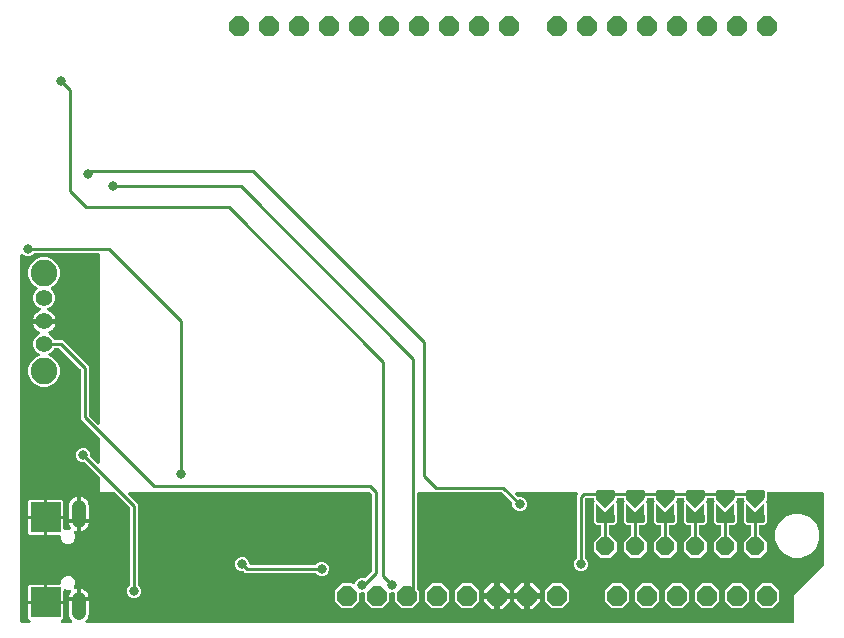
<source format=gbr>
G04 EAGLE Gerber RS-274X export*
G75*
%MOMM*%
%FSLAX34Y34*%
%LPD*%
%INBottom Copper*%
%IPPOS*%
%AMOC8*
5,1,8,0,0,1.08239X$1,22.5*%
G01*
%ADD10C,1.422400*%
%ADD11C,2.250000*%
%ADD12P,1.649562X8X292.500000*%
%ADD13P,1.814519X8X22.500000*%
%ADD14R,2.500000X2.500000*%
%ADD15C,1.208000*%
%ADD16C,0.908000*%
%ADD17C,0.381000*%
%ADD18C,0.800100*%
%ADD19C,0.254000*%

G36*
X10434Y2560D02*
X10434Y2560D01*
X10586Y2577D01*
X10592Y2580D01*
X10598Y2581D01*
X10740Y2637D01*
X10883Y2691D01*
X10888Y2695D01*
X10894Y2698D01*
X11018Y2787D01*
X11142Y2876D01*
X11146Y2881D01*
X11152Y2884D01*
X11249Y3002D01*
X11347Y3118D01*
X11350Y3124D01*
X11354Y3129D01*
X11419Y3266D01*
X11486Y3405D01*
X11487Y3411D01*
X11490Y3417D01*
X11518Y3565D01*
X11549Y3716D01*
X11548Y3723D01*
X11550Y3729D01*
X11540Y3881D01*
X11532Y4034D01*
X11530Y4040D01*
X11530Y4047D01*
X11483Y4191D01*
X11437Y4338D01*
X11434Y4343D01*
X11432Y4349D01*
X11350Y4479D01*
X11270Y4608D01*
X11265Y4612D01*
X11262Y4618D01*
X11149Y4724D01*
X11041Y4828D01*
X11035Y4831D01*
X11030Y4836D01*
X10896Y4910D01*
X10764Y4985D01*
X10755Y4987D01*
X10752Y4990D01*
X10741Y4992D01*
X10724Y4998D01*
X10120Y5347D01*
X9647Y5820D01*
X9312Y6399D01*
X9139Y7046D01*
X9139Y18381D01*
X14833Y18381D01*
X14895Y18388D01*
X14956Y18387D01*
X15052Y18408D01*
X15149Y18421D01*
X15206Y18443D01*
X15266Y18457D01*
X15354Y18502D01*
X15445Y18538D01*
X15495Y18574D01*
X15549Y18602D01*
X15623Y18667D01*
X15702Y18724D01*
X15741Y18772D01*
X15787Y18813D01*
X15842Y18894D01*
X15905Y18969D01*
X15931Y19025D01*
X15966Y19076D01*
X15999Y19169D01*
X16040Y19257D01*
X16052Y19318D01*
X16073Y19376D01*
X16097Y19535D01*
X16118Y19765D01*
X16117Y19800D01*
X16123Y19834D01*
X16118Y19995D01*
X16097Y20225D01*
X16084Y20285D01*
X16080Y20347D01*
X16050Y20440D01*
X16029Y20536D01*
X16001Y20591D01*
X15982Y20649D01*
X15930Y20732D01*
X15886Y20820D01*
X15845Y20866D01*
X15812Y20918D01*
X15741Y20985D01*
X15676Y21059D01*
X15626Y21094D01*
X15581Y21136D01*
X15495Y21183D01*
X15414Y21239D01*
X15356Y21260D01*
X15302Y21290D01*
X15207Y21314D01*
X15115Y21348D01*
X15054Y21354D01*
X14994Y21369D01*
X14833Y21379D01*
X9139Y21379D01*
X9139Y32714D01*
X9312Y33361D01*
X9647Y33940D01*
X10120Y34413D01*
X10699Y34748D01*
X11346Y34921D01*
X22681Y34921D01*
X22681Y26690D01*
X22696Y26572D01*
X22703Y26453D01*
X22715Y26415D01*
X22721Y26374D01*
X22764Y26264D01*
X22801Y26151D01*
X22823Y26116D01*
X22838Y26079D01*
X22907Y25983D01*
X22971Y25882D01*
X23001Y25854D01*
X23024Y25821D01*
X23116Y25745D01*
X23203Y25664D01*
X23238Y25644D01*
X23269Y25619D01*
X23377Y25568D01*
X23481Y25510D01*
X23521Y25500D01*
X23557Y25483D01*
X23674Y25461D01*
X23789Y25431D01*
X23849Y25427D01*
X23869Y25423D01*
X23890Y25425D01*
X23950Y25421D01*
X24410Y25421D01*
X24528Y25436D01*
X24647Y25443D01*
X24685Y25456D01*
X24726Y25461D01*
X24836Y25504D01*
X24949Y25541D01*
X24984Y25563D01*
X25021Y25578D01*
X25117Y25647D01*
X25218Y25711D01*
X25246Y25741D01*
X25279Y25764D01*
X25355Y25856D01*
X25436Y25943D01*
X25456Y25978D01*
X25481Y26009D01*
X25532Y26117D01*
X25590Y26221D01*
X25600Y26261D01*
X25617Y26297D01*
X25639Y26414D01*
X25669Y26529D01*
X25673Y26589D01*
X25677Y26609D01*
X25675Y26630D01*
X25679Y26690D01*
X25679Y34921D01*
X35870Y34921D01*
X35988Y34936D01*
X36107Y34943D01*
X36145Y34956D01*
X36186Y34961D01*
X36296Y35004D01*
X36409Y35041D01*
X36444Y35063D01*
X36481Y35078D01*
X36577Y35147D01*
X36678Y35211D01*
X36706Y35241D01*
X36739Y35264D01*
X36815Y35356D01*
X36896Y35443D01*
X36916Y35478D01*
X36941Y35509D01*
X36992Y35617D01*
X37050Y35721D01*
X37060Y35761D01*
X37077Y35797D01*
X37099Y35914D01*
X37129Y36029D01*
X37133Y36089D01*
X37137Y36109D01*
X37135Y36130D01*
X37139Y36190D01*
X37139Y37582D01*
X38059Y39802D01*
X39758Y41501D01*
X41978Y42421D01*
X44382Y42421D01*
X46602Y41501D01*
X48301Y39802D01*
X49221Y37582D01*
X49221Y35178D01*
X48261Y32862D01*
X48258Y32848D01*
X48250Y32835D01*
X48216Y32695D01*
X48177Y32556D01*
X48177Y32541D01*
X48174Y32527D01*
X48175Y32382D01*
X48172Y32238D01*
X48176Y32223D01*
X48176Y32209D01*
X48213Y32069D01*
X48247Y31928D01*
X48254Y31915D01*
X48257Y31901D01*
X48328Y31775D01*
X48395Y31647D01*
X48405Y31636D01*
X48412Y31624D01*
X48512Y31519D01*
X48609Y31412D01*
X48622Y31404D01*
X48632Y31393D01*
X48754Y31317D01*
X48875Y31237D01*
X48889Y31232D01*
X48901Y31225D01*
X49039Y31181D01*
X49176Y31134D01*
X49190Y31133D01*
X49205Y31128D01*
X49349Y31120D01*
X49493Y31109D01*
X49507Y31111D01*
X49522Y31111D01*
X49682Y31132D01*
X50431Y31281D01*
X50431Y24629D01*
X43779Y24629D01*
X43929Y25383D01*
X44576Y26944D01*
X45525Y28365D01*
X45532Y28378D01*
X45541Y28389D01*
X45602Y28520D01*
X45667Y28649D01*
X45670Y28664D01*
X45676Y28677D01*
X45704Y28818D01*
X45734Y28960D01*
X45733Y28975D01*
X45736Y28990D01*
X45727Y29133D01*
X45722Y29278D01*
X45717Y29292D01*
X45717Y29307D01*
X45672Y29444D01*
X45631Y29583D01*
X45623Y29595D01*
X45618Y29609D01*
X45541Y29732D01*
X45467Y29855D01*
X45456Y29866D01*
X45448Y29878D01*
X45343Y29977D01*
X45240Y30078D01*
X45228Y30086D01*
X45217Y30096D01*
X45090Y30166D01*
X44965Y30238D01*
X44951Y30242D01*
X44938Y30250D01*
X44798Y30286D01*
X44659Y30325D01*
X44645Y30325D01*
X44630Y30329D01*
X44470Y30339D01*
X41978Y30339D01*
X40976Y30755D01*
X40928Y30768D01*
X40883Y30789D01*
X40775Y30810D01*
X40669Y30839D01*
X40619Y30839D01*
X40570Y30849D01*
X40461Y30842D01*
X40351Y30844D01*
X40303Y30832D01*
X40253Y30829D01*
X40149Y30795D01*
X40042Y30769D01*
X39998Y30746D01*
X39951Y30731D01*
X39858Y30672D01*
X39761Y30621D01*
X39724Y30587D01*
X39682Y30561D01*
X39607Y30481D01*
X39525Y30407D01*
X39498Y30365D01*
X39464Y30329D01*
X39411Y30233D01*
X39351Y30141D01*
X39334Y30094D01*
X39310Y30051D01*
X39283Y29944D01*
X39247Y29840D01*
X39243Y29791D01*
X39231Y29743D01*
X39221Y29582D01*
X39221Y21379D01*
X33527Y21379D01*
X33465Y21372D01*
X33404Y21373D01*
X33308Y21352D01*
X33211Y21339D01*
X33154Y21317D01*
X33094Y21303D01*
X33006Y21258D01*
X32915Y21222D01*
X32865Y21186D01*
X32811Y21158D01*
X32737Y21093D01*
X32658Y21036D01*
X32619Y20988D01*
X32573Y20947D01*
X32518Y20866D01*
X32455Y20791D01*
X32429Y20735D01*
X32394Y20684D01*
X32361Y20591D01*
X32320Y20503D01*
X32308Y20442D01*
X32287Y20384D01*
X32263Y20225D01*
X32242Y19995D01*
X32243Y19960D01*
X32237Y19926D01*
X32242Y19765D01*
X32263Y19535D01*
X32276Y19475D01*
X32280Y19413D01*
X32310Y19320D01*
X32331Y19224D01*
X32359Y19169D01*
X32378Y19111D01*
X32430Y19028D01*
X32474Y18940D01*
X32515Y18894D01*
X32548Y18842D01*
X32619Y18775D01*
X32684Y18701D01*
X32734Y18666D01*
X32779Y18624D01*
X32865Y18577D01*
X32946Y18521D01*
X33004Y18500D01*
X33058Y18470D01*
X33153Y18446D01*
X33245Y18412D01*
X33306Y18406D01*
X33366Y18391D01*
X33527Y18381D01*
X39221Y18381D01*
X39221Y7046D01*
X39048Y6399D01*
X38713Y5820D01*
X38240Y5347D01*
X37590Y4971D01*
X37466Y4922D01*
X37461Y4919D01*
X37455Y4916D01*
X37333Y4826D01*
X37208Y4736D01*
X37204Y4730D01*
X37199Y4727D01*
X37103Y4608D01*
X37006Y4491D01*
X37003Y4485D01*
X36999Y4480D01*
X36935Y4340D01*
X36870Y4203D01*
X36869Y4196D01*
X36866Y4191D01*
X36839Y4040D01*
X36810Y3890D01*
X36811Y3884D01*
X36810Y3878D01*
X36821Y3725D01*
X36830Y3573D01*
X36832Y3567D01*
X36833Y3560D01*
X36881Y3415D01*
X36928Y3271D01*
X36932Y3265D01*
X36934Y3259D01*
X37017Y3131D01*
X37098Y3002D01*
X37103Y2997D01*
X37107Y2992D01*
X37218Y2889D01*
X37330Y2784D01*
X37336Y2781D01*
X37340Y2776D01*
X37475Y2704D01*
X37608Y2630D01*
X37615Y2629D01*
X37620Y2626D01*
X37769Y2589D01*
X37916Y2551D01*
X37925Y2550D01*
X37929Y2549D01*
X37939Y2549D01*
X38077Y2541D01*
X45240Y2541D01*
X45378Y2558D01*
X45516Y2571D01*
X45535Y2578D01*
X45556Y2581D01*
X45685Y2632D01*
X45816Y2679D01*
X45832Y2690D01*
X45851Y2698D01*
X45964Y2779D01*
X46079Y2857D01*
X46092Y2873D01*
X46109Y2884D01*
X46197Y2992D01*
X46289Y3096D01*
X46298Y3114D01*
X46311Y3129D01*
X46371Y3255D01*
X46434Y3379D01*
X46438Y3399D01*
X46447Y3417D01*
X46473Y3554D01*
X46504Y3689D01*
X46503Y3710D01*
X46507Y3729D01*
X46498Y3868D01*
X46494Y4007D01*
X46488Y4027D01*
X46487Y4047D01*
X46444Y4179D01*
X46405Y4313D01*
X46395Y4330D01*
X46389Y4349D01*
X46315Y4467D01*
X46244Y4587D01*
X46225Y4608D01*
X46219Y4618D01*
X46204Y4632D01*
X46138Y4707D01*
X45515Y5330D01*
X44576Y6736D01*
X43929Y8297D01*
X43599Y9955D01*
X43599Y21131D01*
X51700Y21131D01*
X51818Y21146D01*
X51937Y21153D01*
X51975Y21165D01*
X52015Y21171D01*
X52126Y21214D01*
X52174Y21230D01*
X52192Y21220D01*
X52231Y21210D01*
X52267Y21193D01*
X52384Y21171D01*
X52500Y21141D01*
X52560Y21137D01*
X52580Y21133D01*
X52600Y21135D01*
X52660Y21131D01*
X60761Y21131D01*
X60761Y9955D01*
X60431Y8297D01*
X59784Y6736D01*
X58845Y5330D01*
X58222Y4707D01*
X58138Y4598D01*
X58049Y4491D01*
X58040Y4472D01*
X58028Y4456D01*
X57972Y4328D01*
X57913Y4203D01*
X57909Y4183D01*
X57901Y4164D01*
X57879Y4026D01*
X57853Y3890D01*
X57855Y3870D01*
X57851Y3850D01*
X57864Y3711D01*
X57873Y3573D01*
X57879Y3554D01*
X57881Y3534D01*
X57928Y3403D01*
X57971Y3271D01*
X57982Y3253D01*
X57989Y3234D01*
X58067Y3120D01*
X58141Y3002D01*
X58156Y2988D01*
X58167Y2971D01*
X58271Y2879D01*
X58373Y2784D01*
X58391Y2774D01*
X58406Y2761D01*
X58529Y2698D01*
X58651Y2630D01*
X58671Y2625D01*
X58689Y2616D01*
X58825Y2586D01*
X58959Y2551D01*
X58987Y2549D01*
X58999Y2546D01*
X59020Y2547D01*
X59120Y2541D01*
X656590Y2541D01*
X656708Y2556D01*
X656827Y2563D01*
X656865Y2576D01*
X656906Y2581D01*
X657016Y2624D01*
X657129Y2661D01*
X657164Y2683D01*
X657201Y2698D01*
X657297Y2767D01*
X657398Y2831D01*
X657426Y2861D01*
X657459Y2884D01*
X657535Y2976D01*
X657616Y3063D01*
X657636Y3098D01*
X657661Y3129D01*
X657712Y3237D01*
X657770Y3341D01*
X657780Y3381D01*
X657797Y3417D01*
X657819Y3534D01*
X657849Y3649D01*
X657853Y3709D01*
X657857Y3729D01*
X657855Y3750D01*
X657859Y3810D01*
X657859Y26452D01*
X682888Y51481D01*
X682948Y51559D01*
X683016Y51631D01*
X683045Y51684D01*
X683082Y51732D01*
X683122Y51823D01*
X683170Y51910D01*
X683185Y51968D01*
X683209Y52024D01*
X683224Y52122D01*
X683249Y52217D01*
X683255Y52317D01*
X683259Y52338D01*
X683257Y52350D01*
X683259Y52378D01*
X683259Y111760D01*
X683244Y111878D01*
X683237Y111997D01*
X683224Y112035D01*
X683219Y112076D01*
X683176Y112186D01*
X683139Y112299D01*
X683117Y112334D01*
X683102Y112371D01*
X683033Y112467D01*
X682969Y112568D01*
X682939Y112596D01*
X682916Y112629D01*
X682824Y112705D01*
X682737Y112786D01*
X682702Y112806D01*
X682671Y112831D01*
X682563Y112882D01*
X682459Y112940D01*
X682419Y112950D01*
X682383Y112967D01*
X682266Y112989D01*
X682151Y113019D01*
X682091Y113023D01*
X682071Y113027D01*
X682050Y113025D01*
X681990Y113029D01*
X635762Y113029D01*
X635644Y113014D01*
X635525Y113007D01*
X635487Y112994D01*
X635446Y112989D01*
X635336Y112946D01*
X635223Y112909D01*
X635188Y112887D01*
X635151Y112872D01*
X635055Y112803D01*
X634954Y112739D01*
X634926Y112709D01*
X634893Y112686D01*
X634817Y112594D01*
X634736Y112507D01*
X634716Y112472D01*
X634691Y112441D01*
X634640Y112333D01*
X634582Y112229D01*
X634572Y112189D01*
X634555Y112153D01*
X634533Y112036D01*
X634503Y111921D01*
X634499Y111861D01*
X634495Y111841D01*
X634497Y111820D01*
X634493Y111760D01*
X634493Y106368D01*
X634115Y105990D01*
X634042Y105896D01*
X633963Y105807D01*
X633945Y105771D01*
X633920Y105739D01*
X633873Y105629D01*
X633819Y105523D01*
X633810Y105484D01*
X633794Y105447D01*
X633775Y105329D01*
X633749Y105213D01*
X633750Y105173D01*
X633744Y105133D01*
X633755Y105014D01*
X633759Y104895D01*
X633770Y104856D01*
X633774Y104816D01*
X633814Y104704D01*
X633847Y104590D01*
X633868Y104555D01*
X633881Y104517D01*
X633948Y104419D01*
X634009Y104316D01*
X634048Y104270D01*
X634060Y104254D01*
X634075Y104240D01*
X634115Y104195D01*
X634509Y103801D01*
X634493Y102861D01*
X634494Y102854D01*
X634493Y102839D01*
X634493Y87904D01*
X632186Y85597D01*
X629412Y85597D01*
X629294Y85582D01*
X629175Y85575D01*
X629137Y85562D01*
X629096Y85557D01*
X628986Y85514D01*
X628873Y85477D01*
X628838Y85455D01*
X628801Y85440D01*
X628705Y85371D01*
X628604Y85307D01*
X628576Y85277D01*
X628543Y85254D01*
X628467Y85162D01*
X628386Y85075D01*
X628366Y85040D01*
X628341Y85009D01*
X628290Y84901D01*
X628232Y84797D01*
X628222Y84757D01*
X628205Y84721D01*
X628183Y84604D01*
X628153Y84489D01*
X628149Y84429D01*
X628145Y84409D01*
X628147Y84388D01*
X628143Y84328D01*
X628143Y78184D01*
X628155Y78086D01*
X628158Y77987D01*
X628175Y77929D01*
X628183Y77868D01*
X628219Y77776D01*
X628247Y77681D01*
X628277Y77629D01*
X628300Y77573D01*
X628358Y77493D01*
X628408Y77407D01*
X628474Y77332D01*
X628486Y77315D01*
X628496Y77308D01*
X628514Y77286D01*
X634493Y71308D01*
X634493Y63312D01*
X628838Y57657D01*
X620842Y57657D01*
X615187Y63312D01*
X615187Y71308D01*
X621166Y77286D01*
X621226Y77365D01*
X621294Y77437D01*
X621323Y77490D01*
X621360Y77538D01*
X621400Y77629D01*
X621448Y77715D01*
X621463Y77774D01*
X621487Y77830D01*
X621502Y77928D01*
X621527Y78023D01*
X621533Y78123D01*
X621537Y78144D01*
X621535Y78156D01*
X621537Y78184D01*
X621537Y84328D01*
X621522Y84446D01*
X621515Y84565D01*
X621502Y84603D01*
X621497Y84644D01*
X621454Y84754D01*
X621417Y84867D01*
X621395Y84902D01*
X621380Y84939D01*
X621311Y85035D01*
X621247Y85136D01*
X621217Y85164D01*
X621194Y85197D01*
X621102Y85273D01*
X621015Y85354D01*
X620980Y85374D01*
X620949Y85399D01*
X620841Y85450D01*
X620737Y85508D01*
X620697Y85518D01*
X620661Y85535D01*
X620544Y85557D01*
X620429Y85587D01*
X620369Y85591D01*
X620349Y85595D01*
X620328Y85593D01*
X620268Y85597D01*
X617494Y85597D01*
X615187Y87904D01*
X615187Y102839D01*
X615186Y102846D01*
X615187Y102861D01*
X615171Y103801D01*
X615565Y104195D01*
X615638Y104289D01*
X615717Y104378D01*
X615735Y104414D01*
X615760Y104446D01*
X615807Y104556D01*
X615861Y104662D01*
X615870Y104701D01*
X615886Y104738D01*
X615905Y104856D01*
X615931Y104972D01*
X615930Y105012D01*
X615936Y105052D01*
X615925Y105171D01*
X615921Y105290D01*
X615910Y105329D01*
X615906Y105369D01*
X615866Y105481D01*
X615833Y105595D01*
X615812Y105630D01*
X615799Y105668D01*
X615732Y105767D01*
X615671Y105869D01*
X615632Y105914D01*
X615620Y105931D01*
X615605Y105945D01*
X615565Y105990D01*
X615187Y106368D01*
X615187Y107188D01*
X615172Y107306D01*
X615165Y107425D01*
X615152Y107463D01*
X615147Y107504D01*
X615104Y107614D01*
X615067Y107727D01*
X615045Y107762D01*
X615030Y107799D01*
X614961Y107895D01*
X614897Y107996D01*
X614867Y108024D01*
X614844Y108057D01*
X614752Y108133D01*
X614665Y108214D01*
X614630Y108234D01*
X614599Y108259D01*
X614491Y108310D01*
X614387Y108368D01*
X614347Y108378D01*
X614311Y108395D01*
X614194Y108417D01*
X614079Y108447D01*
X614019Y108451D01*
X613999Y108455D01*
X613978Y108453D01*
X613918Y108457D01*
X610362Y108457D01*
X610244Y108442D01*
X610125Y108435D01*
X610087Y108422D01*
X610046Y108417D01*
X609936Y108374D01*
X609823Y108337D01*
X609788Y108315D01*
X609751Y108300D01*
X609655Y108231D01*
X609554Y108167D01*
X609526Y108137D01*
X609493Y108114D01*
X609417Y108022D01*
X609336Y107935D01*
X609316Y107900D01*
X609291Y107869D01*
X609240Y107761D01*
X609182Y107657D01*
X609172Y107617D01*
X609155Y107581D01*
X609133Y107464D01*
X609103Y107349D01*
X609099Y107289D01*
X609095Y107269D01*
X609097Y107248D01*
X609093Y107188D01*
X609093Y106368D01*
X608715Y105990D01*
X608642Y105896D01*
X608563Y105807D01*
X608545Y105771D01*
X608520Y105739D01*
X608473Y105629D01*
X608419Y105523D01*
X608410Y105484D01*
X608394Y105447D01*
X608375Y105329D01*
X608349Y105213D01*
X608350Y105173D01*
X608344Y105133D01*
X608355Y105014D01*
X608359Y104895D01*
X608370Y104856D01*
X608374Y104816D01*
X608414Y104704D01*
X608447Y104590D01*
X608468Y104555D01*
X608481Y104517D01*
X608548Y104419D01*
X608609Y104316D01*
X608648Y104270D01*
X608660Y104254D01*
X608675Y104240D01*
X608715Y104195D01*
X609109Y103801D01*
X609093Y102861D01*
X609094Y102854D01*
X609093Y102839D01*
X609093Y87904D01*
X606786Y85597D01*
X604012Y85597D01*
X603894Y85582D01*
X603775Y85575D01*
X603737Y85562D01*
X603696Y85557D01*
X603586Y85514D01*
X603473Y85477D01*
X603438Y85455D01*
X603401Y85440D01*
X603305Y85371D01*
X603204Y85307D01*
X603176Y85277D01*
X603143Y85254D01*
X603067Y85162D01*
X602986Y85075D01*
X602966Y85040D01*
X602941Y85009D01*
X602890Y84901D01*
X602832Y84797D01*
X602822Y84757D01*
X602805Y84721D01*
X602783Y84604D01*
X602753Y84489D01*
X602749Y84429D01*
X602745Y84409D01*
X602747Y84388D01*
X602743Y84328D01*
X602743Y78184D01*
X602755Y78086D01*
X602758Y77987D01*
X602775Y77929D01*
X602783Y77868D01*
X602819Y77776D01*
X602847Y77681D01*
X602877Y77629D01*
X602900Y77573D01*
X602958Y77493D01*
X603008Y77407D01*
X603074Y77332D01*
X603086Y77315D01*
X603096Y77308D01*
X603114Y77286D01*
X609093Y71308D01*
X609093Y63312D01*
X603438Y57657D01*
X595442Y57657D01*
X589787Y63312D01*
X589787Y71308D01*
X595766Y77286D01*
X595826Y77365D01*
X595894Y77437D01*
X595923Y77490D01*
X595960Y77538D01*
X596000Y77629D01*
X596048Y77715D01*
X596063Y77774D01*
X596087Y77830D01*
X596102Y77928D01*
X596127Y78023D01*
X596133Y78123D01*
X596137Y78144D01*
X596135Y78156D01*
X596137Y78184D01*
X596137Y84328D01*
X596122Y84446D01*
X596115Y84565D01*
X596102Y84603D01*
X596097Y84644D01*
X596054Y84754D01*
X596017Y84867D01*
X595995Y84902D01*
X595980Y84939D01*
X595911Y85035D01*
X595847Y85136D01*
X595817Y85164D01*
X595794Y85197D01*
X595702Y85273D01*
X595615Y85354D01*
X595580Y85374D01*
X595549Y85399D01*
X595441Y85450D01*
X595337Y85508D01*
X595297Y85518D01*
X595261Y85535D01*
X595144Y85557D01*
X595029Y85587D01*
X594969Y85591D01*
X594949Y85595D01*
X594928Y85593D01*
X594868Y85597D01*
X592094Y85597D01*
X589787Y87904D01*
X589787Y102839D01*
X589786Y102846D01*
X589787Y102861D01*
X589771Y103801D01*
X590165Y104195D01*
X590238Y104289D01*
X590317Y104378D01*
X590335Y104414D01*
X590360Y104446D01*
X590407Y104556D01*
X590461Y104662D01*
X590470Y104701D01*
X590486Y104738D01*
X590505Y104856D01*
X590531Y104972D01*
X590530Y105012D01*
X590536Y105052D01*
X590525Y105171D01*
X590521Y105290D01*
X590510Y105329D01*
X590506Y105369D01*
X590466Y105481D01*
X590433Y105595D01*
X590412Y105630D01*
X590399Y105668D01*
X590332Y105767D01*
X590271Y105869D01*
X590232Y105914D01*
X590220Y105931D01*
X590205Y105945D01*
X590165Y105990D01*
X589787Y106368D01*
X589787Y107188D01*
X589772Y107306D01*
X589765Y107425D01*
X589752Y107463D01*
X589747Y107504D01*
X589704Y107614D01*
X589667Y107727D01*
X589645Y107762D01*
X589630Y107799D01*
X589561Y107895D01*
X589497Y107996D01*
X589467Y108024D01*
X589444Y108057D01*
X589352Y108133D01*
X589265Y108214D01*
X589230Y108234D01*
X589199Y108259D01*
X589091Y108310D01*
X588987Y108368D01*
X588947Y108378D01*
X588911Y108395D01*
X588794Y108417D01*
X588679Y108447D01*
X588619Y108451D01*
X588599Y108455D01*
X588578Y108453D01*
X588518Y108457D01*
X584962Y108457D01*
X584844Y108442D01*
X584725Y108435D01*
X584687Y108422D01*
X584646Y108417D01*
X584536Y108374D01*
X584423Y108337D01*
X584388Y108315D01*
X584351Y108300D01*
X584255Y108231D01*
X584154Y108167D01*
X584126Y108137D01*
X584093Y108114D01*
X584017Y108022D01*
X583936Y107935D01*
X583916Y107900D01*
X583891Y107869D01*
X583840Y107761D01*
X583782Y107657D01*
X583772Y107617D01*
X583755Y107581D01*
X583733Y107464D01*
X583703Y107349D01*
X583699Y107289D01*
X583695Y107269D01*
X583697Y107248D01*
X583693Y107188D01*
X583693Y106368D01*
X583315Y105990D01*
X583242Y105896D01*
X583163Y105807D01*
X583145Y105771D01*
X583120Y105739D01*
X583073Y105629D01*
X583019Y105523D01*
X583010Y105484D01*
X582994Y105447D01*
X582975Y105329D01*
X582949Y105213D01*
X582950Y105173D01*
X582944Y105133D01*
X582955Y105014D01*
X582959Y104895D01*
X582970Y104856D01*
X582974Y104816D01*
X583014Y104704D01*
X583047Y104590D01*
X583068Y104555D01*
X583081Y104517D01*
X583148Y104419D01*
X583209Y104316D01*
X583248Y104270D01*
X583260Y104254D01*
X583275Y104240D01*
X583315Y104195D01*
X583709Y103801D01*
X583693Y102861D01*
X583694Y102854D01*
X583693Y102839D01*
X583693Y87904D01*
X581386Y85597D01*
X578612Y85597D01*
X578494Y85582D01*
X578375Y85575D01*
X578337Y85562D01*
X578296Y85557D01*
X578186Y85514D01*
X578073Y85477D01*
X578038Y85455D01*
X578001Y85440D01*
X577905Y85371D01*
X577804Y85307D01*
X577776Y85277D01*
X577743Y85254D01*
X577667Y85162D01*
X577586Y85075D01*
X577566Y85040D01*
X577541Y85009D01*
X577490Y84901D01*
X577432Y84797D01*
X577422Y84757D01*
X577405Y84721D01*
X577383Y84604D01*
X577353Y84489D01*
X577349Y84429D01*
X577345Y84409D01*
X577347Y84388D01*
X577343Y84328D01*
X577343Y78184D01*
X577355Y78086D01*
X577358Y77987D01*
X577375Y77929D01*
X577383Y77868D01*
X577419Y77776D01*
X577447Y77681D01*
X577477Y77629D01*
X577500Y77573D01*
X577558Y77493D01*
X577608Y77407D01*
X577674Y77332D01*
X577686Y77315D01*
X577696Y77308D01*
X577714Y77287D01*
X583693Y71308D01*
X583693Y63312D01*
X578038Y57657D01*
X570042Y57657D01*
X564387Y63312D01*
X564387Y71308D01*
X570366Y77287D01*
X570426Y77365D01*
X570494Y77437D01*
X570523Y77490D01*
X570560Y77538D01*
X570600Y77629D01*
X570648Y77715D01*
X570663Y77774D01*
X570687Y77830D01*
X570702Y77928D01*
X570727Y78023D01*
X570733Y78123D01*
X570737Y78144D01*
X570735Y78156D01*
X570737Y78184D01*
X570737Y84328D01*
X570722Y84446D01*
X570715Y84565D01*
X570702Y84603D01*
X570697Y84644D01*
X570654Y84754D01*
X570617Y84867D01*
X570595Y84902D01*
X570580Y84939D01*
X570511Y85035D01*
X570447Y85136D01*
X570417Y85164D01*
X570394Y85197D01*
X570302Y85273D01*
X570215Y85354D01*
X570180Y85374D01*
X570149Y85399D01*
X570041Y85450D01*
X569937Y85508D01*
X569897Y85518D01*
X569861Y85535D01*
X569744Y85557D01*
X569629Y85587D01*
X569569Y85591D01*
X569549Y85595D01*
X569528Y85593D01*
X569468Y85597D01*
X566694Y85597D01*
X564387Y87904D01*
X564387Y102839D01*
X564386Y102846D01*
X564387Y102861D01*
X564371Y103801D01*
X564765Y104195D01*
X564838Y104289D01*
X564917Y104378D01*
X564935Y104414D01*
X564960Y104446D01*
X565007Y104556D01*
X565061Y104662D01*
X565070Y104701D01*
X565086Y104738D01*
X565105Y104856D01*
X565131Y104972D01*
X565130Y105012D01*
X565136Y105052D01*
X565125Y105171D01*
X565121Y105290D01*
X565110Y105329D01*
X565106Y105369D01*
X565066Y105481D01*
X565033Y105595D01*
X565012Y105630D01*
X564999Y105668D01*
X564932Y105766D01*
X564871Y105869D01*
X564832Y105914D01*
X564820Y105931D01*
X564805Y105945D01*
X564765Y105990D01*
X564387Y106368D01*
X564387Y107188D01*
X564372Y107306D01*
X564365Y107425D01*
X564352Y107463D01*
X564347Y107504D01*
X564304Y107614D01*
X564267Y107727D01*
X564245Y107762D01*
X564230Y107799D01*
X564161Y107895D01*
X564097Y107996D01*
X564067Y108024D01*
X564044Y108057D01*
X563952Y108133D01*
X563865Y108214D01*
X563830Y108234D01*
X563799Y108259D01*
X563691Y108310D01*
X563587Y108368D01*
X563547Y108378D01*
X563511Y108395D01*
X563394Y108417D01*
X563279Y108447D01*
X563219Y108451D01*
X563199Y108455D01*
X563178Y108453D01*
X563118Y108457D01*
X559562Y108457D01*
X559444Y108442D01*
X559325Y108435D01*
X559287Y108422D01*
X559246Y108417D01*
X559136Y108374D01*
X559023Y108337D01*
X558988Y108315D01*
X558951Y108300D01*
X558855Y108231D01*
X558754Y108167D01*
X558726Y108137D01*
X558693Y108114D01*
X558617Y108022D01*
X558536Y107935D01*
X558516Y107900D01*
X558491Y107869D01*
X558440Y107761D01*
X558382Y107657D01*
X558372Y107617D01*
X558355Y107581D01*
X558333Y107464D01*
X558303Y107349D01*
X558299Y107289D01*
X558295Y107269D01*
X558297Y107248D01*
X558293Y107188D01*
X558293Y106368D01*
X557915Y105990D01*
X557842Y105896D01*
X557763Y105807D01*
X557745Y105771D01*
X557720Y105739D01*
X557673Y105629D01*
X557619Y105523D01*
X557610Y105484D01*
X557594Y105447D01*
X557575Y105329D01*
X557549Y105213D01*
X557550Y105173D01*
X557544Y105133D01*
X557555Y105014D01*
X557559Y104895D01*
X557570Y104856D01*
X557574Y104816D01*
X557614Y104704D01*
X557647Y104590D01*
X557668Y104555D01*
X557681Y104517D01*
X557748Y104419D01*
X557809Y104316D01*
X557848Y104270D01*
X557860Y104254D01*
X557875Y104240D01*
X557915Y104195D01*
X558309Y103801D01*
X558293Y102861D01*
X558294Y102854D01*
X558293Y102839D01*
X558293Y87904D01*
X555986Y85597D01*
X553212Y85597D01*
X553094Y85582D01*
X552975Y85575D01*
X552937Y85562D01*
X552896Y85557D01*
X552786Y85514D01*
X552673Y85477D01*
X552638Y85455D01*
X552601Y85440D01*
X552505Y85371D01*
X552404Y85307D01*
X552376Y85277D01*
X552343Y85254D01*
X552267Y85162D01*
X552186Y85075D01*
X552166Y85040D01*
X552141Y85009D01*
X552090Y84901D01*
X552032Y84797D01*
X552022Y84757D01*
X552005Y84721D01*
X551983Y84604D01*
X551953Y84489D01*
X551949Y84429D01*
X551945Y84409D01*
X551947Y84388D01*
X551943Y84328D01*
X551943Y78184D01*
X551955Y78086D01*
X551958Y77987D01*
X551975Y77929D01*
X551983Y77868D01*
X552019Y77776D01*
X552047Y77681D01*
X552077Y77629D01*
X552100Y77573D01*
X552158Y77493D01*
X552208Y77407D01*
X552274Y77332D01*
X552286Y77315D01*
X552296Y77308D01*
X552314Y77287D01*
X558293Y71308D01*
X558293Y63312D01*
X552638Y57657D01*
X544642Y57657D01*
X538987Y63312D01*
X538987Y71308D01*
X544966Y77287D01*
X545026Y77365D01*
X545094Y77437D01*
X545123Y77490D01*
X545160Y77538D01*
X545200Y77629D01*
X545248Y77715D01*
X545263Y77774D01*
X545287Y77830D01*
X545302Y77928D01*
X545327Y78023D01*
X545333Y78123D01*
X545337Y78144D01*
X545335Y78156D01*
X545337Y78184D01*
X545337Y84328D01*
X545322Y84446D01*
X545315Y84565D01*
X545302Y84603D01*
X545297Y84644D01*
X545254Y84754D01*
X545217Y84867D01*
X545195Y84902D01*
X545180Y84939D01*
X545111Y85035D01*
X545047Y85136D01*
X545017Y85164D01*
X544994Y85197D01*
X544902Y85273D01*
X544815Y85354D01*
X544780Y85374D01*
X544749Y85399D01*
X544641Y85450D01*
X544537Y85508D01*
X544497Y85518D01*
X544461Y85535D01*
X544344Y85557D01*
X544229Y85587D01*
X544169Y85591D01*
X544149Y85595D01*
X544128Y85593D01*
X544068Y85597D01*
X541294Y85597D01*
X538987Y87904D01*
X538987Y102839D01*
X538986Y102846D01*
X538987Y102861D01*
X538971Y103801D01*
X539365Y104195D01*
X539438Y104289D01*
X539517Y104378D01*
X539535Y104414D01*
X539560Y104446D01*
X539607Y104556D01*
X539661Y104662D01*
X539670Y104701D01*
X539686Y104738D01*
X539705Y104856D01*
X539731Y104972D01*
X539730Y105012D01*
X539736Y105052D01*
X539725Y105171D01*
X539721Y105290D01*
X539710Y105329D01*
X539706Y105369D01*
X539666Y105481D01*
X539633Y105595D01*
X539612Y105630D01*
X539599Y105668D01*
X539532Y105767D01*
X539471Y105869D01*
X539432Y105914D01*
X539420Y105931D01*
X539405Y105945D01*
X539365Y105990D01*
X538987Y106368D01*
X538987Y107188D01*
X538972Y107306D01*
X538965Y107425D01*
X538952Y107463D01*
X538947Y107504D01*
X538904Y107614D01*
X538867Y107727D01*
X538845Y107762D01*
X538830Y107799D01*
X538761Y107895D01*
X538697Y107996D01*
X538667Y108024D01*
X538644Y108057D01*
X538552Y108133D01*
X538465Y108214D01*
X538430Y108234D01*
X538399Y108259D01*
X538291Y108310D01*
X538187Y108368D01*
X538147Y108378D01*
X538111Y108395D01*
X537994Y108417D01*
X537879Y108447D01*
X537819Y108451D01*
X537799Y108455D01*
X537778Y108453D01*
X537718Y108457D01*
X534162Y108457D01*
X534044Y108442D01*
X533925Y108435D01*
X533887Y108422D01*
X533846Y108417D01*
X533736Y108374D01*
X533623Y108337D01*
X533588Y108315D01*
X533551Y108300D01*
X533455Y108231D01*
X533354Y108167D01*
X533326Y108137D01*
X533293Y108114D01*
X533217Y108022D01*
X533136Y107935D01*
X533116Y107900D01*
X533091Y107869D01*
X533040Y107761D01*
X532982Y107657D01*
X532972Y107617D01*
X532955Y107581D01*
X532933Y107464D01*
X532903Y107349D01*
X532899Y107289D01*
X532895Y107269D01*
X532897Y107248D01*
X532893Y107188D01*
X532893Y106368D01*
X532515Y105990D01*
X532442Y105896D01*
X532363Y105807D01*
X532345Y105771D01*
X532320Y105739D01*
X532273Y105629D01*
X532219Y105523D01*
X532210Y105484D01*
X532194Y105447D01*
X532175Y105329D01*
X532149Y105213D01*
X532150Y105173D01*
X532144Y105133D01*
X532155Y105014D01*
X532159Y104895D01*
X532170Y104856D01*
X532174Y104816D01*
X532214Y104704D01*
X532247Y104590D01*
X532268Y104555D01*
X532281Y104517D01*
X532348Y104419D01*
X532409Y104316D01*
X532448Y104270D01*
X532460Y104254D01*
X532475Y104240D01*
X532515Y104195D01*
X532909Y103801D01*
X532893Y102861D01*
X532894Y102854D01*
X532893Y102839D01*
X532893Y87904D01*
X530586Y85597D01*
X527812Y85597D01*
X527694Y85582D01*
X527575Y85575D01*
X527537Y85562D01*
X527496Y85557D01*
X527386Y85514D01*
X527273Y85477D01*
X527238Y85455D01*
X527201Y85440D01*
X527105Y85371D01*
X527004Y85307D01*
X526976Y85277D01*
X526943Y85254D01*
X526867Y85162D01*
X526786Y85075D01*
X526766Y85040D01*
X526741Y85009D01*
X526690Y84901D01*
X526632Y84797D01*
X526622Y84757D01*
X526605Y84721D01*
X526583Y84604D01*
X526553Y84489D01*
X526549Y84429D01*
X526545Y84409D01*
X526547Y84388D01*
X526543Y84328D01*
X526543Y78184D01*
X526555Y78086D01*
X526558Y77987D01*
X526575Y77929D01*
X526583Y77868D01*
X526619Y77776D01*
X526647Y77681D01*
X526677Y77629D01*
X526700Y77573D01*
X526758Y77493D01*
X526808Y77407D01*
X526874Y77332D01*
X526886Y77315D01*
X526896Y77308D01*
X526914Y77287D01*
X532893Y71308D01*
X532893Y63312D01*
X527238Y57657D01*
X519242Y57657D01*
X513587Y63312D01*
X513587Y71308D01*
X519566Y77287D01*
X519626Y77365D01*
X519694Y77437D01*
X519723Y77490D01*
X519760Y77538D01*
X519800Y77629D01*
X519848Y77715D01*
X519863Y77774D01*
X519887Y77830D01*
X519902Y77928D01*
X519927Y78023D01*
X519933Y78123D01*
X519937Y78144D01*
X519935Y78156D01*
X519937Y78184D01*
X519937Y84328D01*
X519922Y84446D01*
X519915Y84565D01*
X519902Y84603D01*
X519897Y84644D01*
X519854Y84754D01*
X519817Y84867D01*
X519795Y84902D01*
X519780Y84939D01*
X519711Y85035D01*
X519647Y85136D01*
X519617Y85164D01*
X519594Y85197D01*
X519502Y85273D01*
X519415Y85354D01*
X519380Y85374D01*
X519349Y85399D01*
X519241Y85450D01*
X519137Y85508D01*
X519097Y85518D01*
X519061Y85535D01*
X518944Y85557D01*
X518829Y85587D01*
X518769Y85591D01*
X518749Y85595D01*
X518728Y85593D01*
X518668Y85597D01*
X515894Y85597D01*
X513587Y87904D01*
X513587Y102839D01*
X513586Y102846D01*
X513587Y102861D01*
X513571Y103801D01*
X513965Y104195D01*
X514038Y104289D01*
X514117Y104378D01*
X514135Y104414D01*
X514160Y104446D01*
X514207Y104556D01*
X514261Y104662D01*
X514270Y104701D01*
X514286Y104738D01*
X514305Y104856D01*
X514331Y104972D01*
X514330Y105012D01*
X514336Y105052D01*
X514325Y105171D01*
X514321Y105290D01*
X514310Y105329D01*
X514306Y105369D01*
X514266Y105481D01*
X514233Y105595D01*
X514212Y105630D01*
X514199Y105668D01*
X514132Y105767D01*
X514071Y105869D01*
X514032Y105914D01*
X514020Y105931D01*
X514005Y105945D01*
X513965Y105990D01*
X513587Y106368D01*
X513587Y107188D01*
X513572Y107306D01*
X513565Y107425D01*
X513552Y107463D01*
X513547Y107504D01*
X513504Y107614D01*
X513467Y107727D01*
X513445Y107762D01*
X513430Y107799D01*
X513361Y107895D01*
X513297Y107996D01*
X513267Y108024D01*
X513244Y108057D01*
X513152Y108133D01*
X513065Y108214D01*
X513030Y108234D01*
X512999Y108259D01*
X512891Y108310D01*
X512787Y108368D01*
X512747Y108378D01*
X512711Y108395D01*
X512594Y108417D01*
X512479Y108447D01*
X512419Y108451D01*
X512399Y108455D01*
X512378Y108453D01*
X512318Y108457D01*
X508762Y108457D01*
X508644Y108442D01*
X508525Y108435D01*
X508487Y108422D01*
X508446Y108417D01*
X508336Y108374D01*
X508223Y108337D01*
X508188Y108315D01*
X508151Y108300D01*
X508055Y108231D01*
X507954Y108167D01*
X507926Y108137D01*
X507893Y108114D01*
X507817Y108022D01*
X507736Y107935D01*
X507716Y107900D01*
X507691Y107869D01*
X507640Y107761D01*
X507582Y107657D01*
X507572Y107617D01*
X507555Y107581D01*
X507533Y107464D01*
X507503Y107349D01*
X507499Y107289D01*
X507495Y107269D01*
X507497Y107248D01*
X507493Y107188D01*
X507493Y106368D01*
X507115Y105990D01*
X507042Y105896D01*
X506963Y105807D01*
X506945Y105771D01*
X506920Y105739D01*
X506873Y105629D01*
X506819Y105523D01*
X506810Y105484D01*
X506794Y105447D01*
X506775Y105329D01*
X506749Y105213D01*
X506750Y105173D01*
X506744Y105133D01*
X506755Y105014D01*
X506759Y104895D01*
X506770Y104856D01*
X506774Y104816D01*
X506814Y104704D01*
X506847Y104590D01*
X506868Y104555D01*
X506881Y104517D01*
X506948Y104419D01*
X507009Y104316D01*
X507048Y104270D01*
X507060Y104254D01*
X507075Y104240D01*
X507115Y104195D01*
X507509Y103801D01*
X507493Y102861D01*
X507494Y102854D01*
X507493Y102839D01*
X507493Y87904D01*
X505186Y85597D01*
X502412Y85597D01*
X502294Y85582D01*
X502175Y85575D01*
X502137Y85562D01*
X502096Y85557D01*
X501986Y85514D01*
X501873Y85477D01*
X501838Y85455D01*
X501801Y85440D01*
X501705Y85371D01*
X501604Y85307D01*
X501576Y85277D01*
X501543Y85254D01*
X501467Y85162D01*
X501386Y85075D01*
X501366Y85040D01*
X501341Y85009D01*
X501290Y84901D01*
X501232Y84797D01*
X501222Y84757D01*
X501205Y84721D01*
X501183Y84604D01*
X501153Y84489D01*
X501149Y84429D01*
X501145Y84409D01*
X501147Y84388D01*
X501143Y84328D01*
X501143Y78184D01*
X501155Y78086D01*
X501158Y77987D01*
X501175Y77929D01*
X501183Y77868D01*
X501219Y77776D01*
X501247Y77681D01*
X501277Y77629D01*
X501300Y77573D01*
X501358Y77493D01*
X501408Y77407D01*
X501474Y77332D01*
X501486Y77315D01*
X501496Y77308D01*
X501514Y77287D01*
X507493Y71308D01*
X507493Y63312D01*
X501838Y57657D01*
X493842Y57657D01*
X488187Y63312D01*
X488187Y71308D01*
X494166Y77287D01*
X494226Y77365D01*
X494294Y77437D01*
X494323Y77490D01*
X494360Y77538D01*
X494400Y77629D01*
X494448Y77715D01*
X494463Y77774D01*
X494487Y77830D01*
X494502Y77928D01*
X494527Y78023D01*
X494533Y78123D01*
X494537Y78144D01*
X494535Y78156D01*
X494537Y78184D01*
X494537Y84328D01*
X494522Y84446D01*
X494515Y84565D01*
X494502Y84603D01*
X494497Y84644D01*
X494454Y84754D01*
X494417Y84867D01*
X494395Y84902D01*
X494380Y84939D01*
X494311Y85035D01*
X494247Y85136D01*
X494217Y85164D01*
X494194Y85197D01*
X494102Y85273D01*
X494015Y85354D01*
X493980Y85374D01*
X493949Y85399D01*
X493841Y85450D01*
X493737Y85508D01*
X493697Y85518D01*
X493661Y85535D01*
X493544Y85557D01*
X493429Y85587D01*
X493369Y85591D01*
X493349Y85595D01*
X493328Y85593D01*
X493268Y85597D01*
X490494Y85597D01*
X488187Y87904D01*
X488187Y102839D01*
X488186Y102846D01*
X488187Y102861D01*
X488171Y103801D01*
X488565Y104195D01*
X488638Y104289D01*
X488717Y104378D01*
X488735Y104414D01*
X488760Y104446D01*
X488807Y104556D01*
X488861Y104662D01*
X488870Y104701D01*
X488886Y104738D01*
X488905Y104856D01*
X488931Y104972D01*
X488930Y105012D01*
X488936Y105052D01*
X488925Y105171D01*
X488921Y105290D01*
X488910Y105329D01*
X488906Y105369D01*
X488866Y105481D01*
X488833Y105595D01*
X488812Y105630D01*
X488799Y105668D01*
X488732Y105766D01*
X488671Y105869D01*
X488632Y105914D01*
X488620Y105931D01*
X488605Y105945D01*
X488565Y105990D01*
X488187Y106368D01*
X488187Y107188D01*
X488172Y107306D01*
X488165Y107425D01*
X488152Y107463D01*
X488147Y107504D01*
X488104Y107614D01*
X488067Y107727D01*
X488045Y107762D01*
X488030Y107799D01*
X487961Y107895D01*
X487897Y107996D01*
X487867Y108024D01*
X487844Y108057D01*
X487752Y108133D01*
X487665Y108214D01*
X487630Y108234D01*
X487599Y108259D01*
X487491Y108310D01*
X487387Y108368D01*
X487347Y108378D01*
X487311Y108395D01*
X487194Y108417D01*
X487079Y108447D01*
X487019Y108451D01*
X486999Y108455D01*
X486978Y108453D01*
X486918Y108457D01*
X482092Y108457D01*
X481974Y108442D01*
X481855Y108435D01*
X481817Y108422D01*
X481776Y108417D01*
X481666Y108374D01*
X481553Y108337D01*
X481518Y108315D01*
X481481Y108300D01*
X481385Y108231D01*
X481284Y108167D01*
X481256Y108137D01*
X481223Y108114D01*
X481147Y108022D01*
X481066Y107935D01*
X481046Y107900D01*
X481021Y107869D01*
X480970Y107761D01*
X480912Y107657D01*
X480902Y107617D01*
X480885Y107581D01*
X480863Y107464D01*
X480833Y107349D01*
X480829Y107289D01*
X480825Y107269D01*
X480827Y107248D01*
X480823Y107188D01*
X480823Y57825D01*
X480835Y57727D01*
X480838Y57628D01*
X480855Y57570D01*
X480863Y57510D01*
X480899Y57418D01*
X480927Y57323D01*
X480957Y57270D01*
X480980Y57214D01*
X481038Y57134D01*
X481088Y57049D01*
X481154Y56973D01*
X481166Y56957D01*
X481176Y56949D01*
X481194Y56928D01*
X482635Y55488D01*
X483553Y53270D01*
X483553Y50870D01*
X482635Y48652D01*
X480938Y46955D01*
X478720Y46037D01*
X476320Y46037D01*
X474102Y46955D01*
X472405Y48652D01*
X471487Y50870D01*
X471487Y53270D01*
X472405Y55488D01*
X473846Y56928D01*
X473906Y57006D01*
X473974Y57078D01*
X474003Y57131D01*
X474040Y57179D01*
X474080Y57270D01*
X474128Y57357D01*
X474143Y57415D01*
X474167Y57471D01*
X474182Y57569D01*
X474207Y57665D01*
X474213Y57765D01*
X474217Y57785D01*
X474215Y57797D01*
X474217Y57825D01*
X474217Y110588D01*
X474492Y110863D01*
X474577Y110972D01*
X474666Y111079D01*
X474674Y111098D01*
X474687Y111114D01*
X474742Y111242D01*
X474801Y111367D01*
X474805Y111387D01*
X474813Y111406D01*
X474835Y111544D01*
X474861Y111680D01*
X474860Y111700D01*
X474863Y111720D01*
X474850Y111859D01*
X474841Y111997D01*
X474835Y112016D01*
X474833Y112036D01*
X474786Y112168D01*
X474743Y112299D01*
X474732Y112317D01*
X474725Y112336D01*
X474647Y112451D01*
X474573Y112568D01*
X474558Y112582D01*
X474547Y112599D01*
X474443Y112691D01*
X474341Y112786D01*
X474324Y112796D01*
X474308Y112809D01*
X474185Y112872D01*
X474063Y112940D01*
X474043Y112945D01*
X474025Y112954D01*
X473889Y112984D01*
X473755Y113019D01*
X473727Y113021D01*
X473715Y113024D01*
X473694Y113023D01*
X473594Y113029D01*
X423026Y113029D01*
X422888Y113012D01*
X422749Y112999D01*
X422730Y112992D01*
X422710Y112989D01*
X422581Y112938D01*
X422450Y112891D01*
X422433Y112880D01*
X422415Y112872D01*
X422302Y112791D01*
X422187Y112713D01*
X422174Y112697D01*
X422157Y112686D01*
X422068Y112578D01*
X421977Y112474D01*
X421967Y112456D01*
X421954Y112441D01*
X421895Y112315D01*
X421832Y112191D01*
X421827Y112171D01*
X421819Y112153D01*
X421793Y112017D01*
X421762Y111881D01*
X421763Y111860D01*
X421759Y111841D01*
X421768Y111702D01*
X421772Y111563D01*
X421778Y111543D01*
X421779Y111523D01*
X421822Y111391D01*
X421860Y111257D01*
X421871Y111240D01*
X421877Y111221D01*
X421951Y111103D01*
X422022Y110983D01*
X422040Y110962D01*
X422047Y110952D01*
X422062Y110938D01*
X422128Y110863D01*
X423716Y109275D01*
X423794Y109214D01*
X423866Y109146D01*
X423919Y109117D01*
X423967Y109080D01*
X424058Y109041D01*
X424145Y108993D01*
X424203Y108978D01*
X424259Y108954D01*
X424357Y108938D01*
X424453Y108913D01*
X424553Y108907D01*
X424573Y108904D01*
X424585Y108905D01*
X424613Y108903D01*
X426650Y108903D01*
X428868Y107985D01*
X430565Y106288D01*
X431483Y104070D01*
X431483Y101670D01*
X430565Y99452D01*
X428868Y97755D01*
X426650Y96837D01*
X424250Y96837D01*
X422032Y97755D01*
X420335Y99452D01*
X419417Y101670D01*
X419417Y103707D01*
X419404Y103805D01*
X419401Y103904D01*
X419385Y103962D01*
X419377Y104022D01*
X419340Y104114D01*
X419313Y104209D01*
X419282Y104262D01*
X419260Y104318D01*
X419202Y104398D01*
X419151Y104483D01*
X419085Y104559D01*
X419073Y104575D01*
X419064Y104583D01*
X419045Y104604D01*
X410992Y112658D01*
X410913Y112718D01*
X410841Y112786D01*
X410788Y112815D01*
X410740Y112852D01*
X410649Y112892D01*
X410563Y112940D01*
X410504Y112955D01*
X410449Y112979D01*
X410351Y112994D01*
X410255Y113019D01*
X410155Y113025D01*
X410135Y113029D01*
X410122Y113027D01*
X410094Y113029D01*
X339852Y113029D01*
X339734Y113014D01*
X339615Y113007D01*
X339577Y112994D01*
X339536Y112989D01*
X339426Y112946D01*
X339313Y112909D01*
X339278Y112887D01*
X339241Y112872D01*
X339145Y112803D01*
X339044Y112739D01*
X339016Y112709D01*
X338983Y112686D01*
X338907Y112594D01*
X338826Y112507D01*
X338806Y112472D01*
X338781Y112441D01*
X338730Y112333D01*
X338672Y112229D01*
X338662Y112189D01*
X338645Y112153D01*
X338623Y112036D01*
X338593Y111921D01*
X338589Y111861D01*
X338585Y111841D01*
X338587Y111820D01*
X338583Y111760D01*
X338583Y32272D01*
X338595Y32173D01*
X338598Y32074D01*
X338615Y32016D01*
X338623Y31956D01*
X338659Y31864D01*
X338687Y31769D01*
X338717Y31717D01*
X338740Y31660D01*
X338798Y31580D01*
X338848Y31495D01*
X338914Y31420D01*
X338926Y31403D01*
X338936Y31395D01*
X338954Y31374D01*
X340615Y29714D01*
X340615Y21086D01*
X334514Y14985D01*
X325886Y14985D01*
X319785Y21086D01*
X319785Y26988D01*
X319770Y27106D01*
X319763Y27224D01*
X319750Y27263D01*
X319745Y27303D01*
X319702Y27414D01*
X319665Y27527D01*
X319643Y27561D01*
X319628Y27599D01*
X319559Y27695D01*
X319495Y27796D01*
X319465Y27823D01*
X319442Y27856D01*
X319350Y27932D01*
X319263Y28014D01*
X319228Y28033D01*
X319197Y28059D01*
X319089Y28110D01*
X318985Y28167D01*
X318945Y28177D01*
X318909Y28194D01*
X318792Y28217D01*
X318677Y28247D01*
X318617Y28250D01*
X318597Y28254D01*
X318576Y28253D01*
X318516Y28257D01*
X316484Y28257D01*
X316366Y28242D01*
X316247Y28234D01*
X316209Y28222D01*
X316168Y28217D01*
X316058Y28173D01*
X315945Y28136D01*
X315910Y28115D01*
X315873Y28100D01*
X315777Y28030D01*
X315676Y27966D01*
X315648Y27937D01*
X315615Y27913D01*
X315539Y27821D01*
X315458Y27735D01*
X315438Y27699D01*
X315413Y27668D01*
X315362Y27560D01*
X315304Y27456D01*
X315294Y27417D01*
X315277Y27380D01*
X315255Y27264D01*
X315225Y27148D01*
X315221Y27088D01*
X315217Y27068D01*
X315219Y27048D01*
X315215Y26988D01*
X315215Y21086D01*
X309114Y14985D01*
X300486Y14985D01*
X294385Y21086D01*
X294385Y26988D01*
X294370Y27106D01*
X294363Y27224D01*
X294350Y27263D01*
X294345Y27303D01*
X294302Y27414D01*
X294265Y27527D01*
X294243Y27561D01*
X294228Y27599D01*
X294159Y27695D01*
X294095Y27796D01*
X294065Y27823D01*
X294042Y27856D01*
X293950Y27932D01*
X293863Y28014D01*
X293828Y28033D01*
X293797Y28059D01*
X293689Y28110D01*
X293585Y28167D01*
X293545Y28177D01*
X293509Y28194D01*
X293392Y28217D01*
X293277Y28247D01*
X293217Y28250D01*
X293197Y28254D01*
X293176Y28253D01*
X293116Y28257D01*
X291084Y28257D01*
X290966Y28242D01*
X290847Y28234D01*
X290809Y28222D01*
X290768Y28217D01*
X290658Y28173D01*
X290545Y28136D01*
X290510Y28115D01*
X290473Y28100D01*
X290377Y28030D01*
X290276Y27966D01*
X290248Y27937D01*
X290215Y27913D01*
X290139Y27821D01*
X290058Y27735D01*
X290038Y27699D01*
X290013Y27668D01*
X289962Y27560D01*
X289904Y27456D01*
X289894Y27417D01*
X289877Y27380D01*
X289855Y27264D01*
X289825Y27148D01*
X289821Y27088D01*
X289817Y27068D01*
X289819Y27048D01*
X289815Y26988D01*
X289815Y21086D01*
X283714Y14985D01*
X275086Y14985D01*
X268985Y21086D01*
X268985Y29714D01*
X275086Y35815D01*
X283714Y35815D01*
X284130Y35399D01*
X284169Y35369D01*
X284202Y35332D01*
X284294Y35271D01*
X284381Y35204D01*
X284426Y35184D01*
X284468Y35157D01*
X284572Y35122D01*
X284673Y35078D01*
X284722Y35070D01*
X284769Y35054D01*
X284878Y35045D01*
X284987Y35028D01*
X285036Y35033D01*
X285086Y35029D01*
X285194Y35047D01*
X285303Y35058D01*
X285350Y35075D01*
X285399Y35083D01*
X285499Y35128D01*
X285603Y35165D01*
X285644Y35193D01*
X285689Y35214D01*
X285775Y35282D01*
X285866Y35344D01*
X285899Y35381D01*
X285937Y35412D01*
X286004Y35500D01*
X286076Y35582D01*
X286099Y35627D01*
X286129Y35666D01*
X286200Y35811D01*
X286985Y37708D01*
X288682Y39405D01*
X290900Y40323D01*
X293300Y40323D01*
X293529Y40228D01*
X293558Y40220D01*
X293584Y40207D01*
X293711Y40179D01*
X293836Y40144D01*
X293866Y40144D01*
X293894Y40137D01*
X294024Y40141D01*
X294154Y40139D01*
X294183Y40146D01*
X294212Y40147D01*
X294337Y40183D01*
X294463Y40213D01*
X294490Y40227D01*
X294518Y40235D01*
X294629Y40301D01*
X294744Y40362D01*
X294766Y40382D01*
X294792Y40397D01*
X294913Y40503D01*
X299856Y45446D01*
X299916Y45525D01*
X299984Y45597D01*
X300013Y45650D01*
X300050Y45698D01*
X300090Y45789D01*
X300138Y45875D01*
X300153Y45934D01*
X300177Y45989D01*
X300192Y46087D01*
X300217Y46183D01*
X300223Y46283D01*
X300227Y46304D01*
X300225Y46316D01*
X300227Y46344D01*
X300227Y111136D01*
X300215Y111234D01*
X300212Y111333D01*
X300195Y111392D01*
X300187Y111452D01*
X300151Y111544D01*
X300123Y111639D01*
X300093Y111691D01*
X300070Y111747D01*
X300012Y111828D01*
X299962Y111913D01*
X299896Y111988D01*
X299884Y112005D01*
X299874Y112013D01*
X299856Y112034D01*
X299232Y112657D01*
X299153Y112718D01*
X299081Y112786D01*
X299028Y112815D01*
X298980Y112852D01*
X298890Y112892D01*
X298803Y112940D01*
X298744Y112955D01*
X298689Y112979D01*
X298591Y112994D01*
X298495Y113019D01*
X298395Y113025D01*
X298375Y113029D01*
X298362Y113027D01*
X298334Y113029D01*
X95366Y113029D01*
X95228Y113012D01*
X95089Y112999D01*
X95070Y112992D01*
X95050Y112989D01*
X94921Y112938D01*
X94790Y112891D01*
X94773Y112880D01*
X94755Y112872D01*
X94642Y112791D01*
X94527Y112713D01*
X94514Y112697D01*
X94497Y112686D01*
X94408Y112578D01*
X94317Y112474D01*
X94307Y112456D01*
X94294Y112441D01*
X94235Y112315D01*
X94172Y112191D01*
X94167Y112171D01*
X94159Y112153D01*
X94133Y112017D01*
X94102Y111881D01*
X94103Y111860D01*
X94099Y111841D01*
X94108Y111702D01*
X94112Y111563D01*
X94118Y111543D01*
X94119Y111523D01*
X94162Y111391D01*
X94200Y111257D01*
X94211Y111240D01*
X94217Y111221D01*
X94291Y111103D01*
X94362Y110983D01*
X94380Y110962D01*
X94387Y110952D01*
X94402Y110938D01*
X94468Y110863D01*
X102363Y102968D01*
X102363Y34965D01*
X102375Y34867D01*
X102378Y34768D01*
X102395Y34710D01*
X102403Y34650D01*
X102439Y34558D01*
X102467Y34463D01*
X102497Y34410D01*
X102520Y34354D01*
X102578Y34274D01*
X102628Y34189D01*
X102694Y34113D01*
X102706Y34097D01*
X102716Y34089D01*
X102734Y34068D01*
X104175Y32628D01*
X105093Y30410D01*
X105093Y28010D01*
X104175Y25792D01*
X102478Y24095D01*
X100260Y23177D01*
X97860Y23177D01*
X95642Y24095D01*
X93945Y25792D01*
X93027Y28010D01*
X93027Y30410D01*
X93945Y32628D01*
X95386Y34068D01*
X95446Y34146D01*
X95514Y34218D01*
X95543Y34271D01*
X95580Y34319D01*
X95620Y34410D01*
X95668Y34497D01*
X95683Y34555D01*
X95707Y34611D01*
X95722Y34709D01*
X95747Y34805D01*
X95753Y34905D01*
X95757Y34925D01*
X95755Y34937D01*
X95757Y34965D01*
X95757Y99706D01*
X95745Y99804D01*
X95742Y99903D01*
X95725Y99962D01*
X95717Y100022D01*
X95681Y100114D01*
X95653Y100209D01*
X95623Y100261D01*
X95600Y100317D01*
X95542Y100397D01*
X95492Y100483D01*
X95426Y100558D01*
X95414Y100575D01*
X95404Y100583D01*
X95386Y100604D01*
X83332Y112658D01*
X83253Y112718D01*
X83181Y112786D01*
X83128Y112815D01*
X83080Y112852D01*
X82989Y112892D01*
X82903Y112940D01*
X82844Y112955D01*
X82789Y112979D01*
X82691Y112994D01*
X82595Y113019D01*
X82495Y113025D01*
X82475Y113029D01*
X82462Y113027D01*
X82434Y113029D01*
X69849Y113029D01*
X69849Y125614D01*
X69837Y125712D01*
X69834Y125811D01*
X69817Y125870D01*
X69809Y125930D01*
X69773Y126022D01*
X69745Y126117D01*
X69715Y126169D01*
X69692Y126225D01*
X69634Y126306D01*
X69584Y126391D01*
X69518Y126466D01*
X69506Y126483D01*
X69496Y126491D01*
X69478Y126512D01*
X57614Y138375D01*
X57536Y138436D01*
X57464Y138504D01*
X57411Y138533D01*
X57363Y138570D01*
X57272Y138609D01*
X57185Y138657D01*
X57127Y138672D01*
X57071Y138696D01*
X56973Y138712D01*
X56877Y138737D01*
X56777Y138743D01*
X56757Y138746D01*
X56745Y138745D01*
X56717Y138747D01*
X54680Y138747D01*
X52462Y139665D01*
X50765Y141362D01*
X49847Y143580D01*
X49847Y145980D01*
X50765Y148198D01*
X52462Y149895D01*
X54680Y150813D01*
X57080Y150813D01*
X59298Y149895D01*
X60995Y148198D01*
X61913Y145980D01*
X61913Y143943D01*
X61926Y143845D01*
X61929Y143746D01*
X61945Y143688D01*
X61953Y143628D01*
X61990Y143536D01*
X62017Y143441D01*
X62048Y143388D01*
X62070Y143332D01*
X62128Y143252D01*
X62179Y143167D01*
X62245Y143091D01*
X62257Y143075D01*
X62266Y143067D01*
X62285Y143046D01*
X67683Y137648D01*
X67792Y137563D01*
X67899Y137474D01*
X67918Y137466D01*
X67934Y137453D01*
X68062Y137398D01*
X68187Y137339D01*
X68207Y137335D01*
X68226Y137327D01*
X68364Y137305D01*
X68500Y137279D01*
X68520Y137280D01*
X68540Y137277D01*
X68679Y137290D01*
X68817Y137299D01*
X68836Y137305D01*
X68856Y137307D01*
X68988Y137354D01*
X69119Y137397D01*
X69137Y137408D01*
X69156Y137415D01*
X69271Y137493D01*
X69388Y137567D01*
X69402Y137582D01*
X69419Y137593D01*
X69511Y137697D01*
X69606Y137799D01*
X69616Y137816D01*
X69629Y137832D01*
X69693Y137955D01*
X69760Y138077D01*
X69765Y138097D01*
X69774Y138115D01*
X69804Y138251D01*
X69839Y138385D01*
X69841Y138413D01*
X69844Y138425D01*
X69843Y138446D01*
X69849Y138546D01*
X69849Y158634D01*
X69837Y158732D01*
X69834Y158831D01*
X69817Y158890D01*
X69809Y158950D01*
X69773Y159042D01*
X69745Y159137D01*
X69715Y159189D01*
X69692Y159245D01*
X69634Y159326D01*
X69584Y159411D01*
X69518Y159486D01*
X69506Y159503D01*
X69496Y159511D01*
X69478Y159532D01*
X56154Y172856D01*
X53847Y175162D01*
X53847Y216546D01*
X53835Y216644D01*
X53832Y216743D01*
X53815Y216802D01*
X53807Y216862D01*
X53771Y216954D01*
X53743Y217049D01*
X53713Y217101D01*
X53690Y217157D01*
X53632Y217237D01*
X53582Y217323D01*
X53516Y217398D01*
X53504Y217415D01*
X53494Y217423D01*
X53476Y217444D01*
X35784Y235136D01*
X35705Y235196D01*
X35633Y235264D01*
X35580Y235293D01*
X35532Y235330D01*
X35441Y235370D01*
X35355Y235418D01*
X35296Y235433D01*
X35241Y235457D01*
X35143Y235472D01*
X35047Y235497D01*
X34947Y235503D01*
X34926Y235507D01*
X34914Y235505D01*
X34886Y235507D01*
X32238Y235507D01*
X32209Y235504D01*
X32180Y235506D01*
X32051Y235484D01*
X31923Y235467D01*
X31895Y235457D01*
X31866Y235452D01*
X31748Y235398D01*
X31627Y235350D01*
X31603Y235333D01*
X31576Y235321D01*
X31475Y235240D01*
X31370Y235164D01*
X31351Y235141D01*
X31328Y235122D01*
X31250Y235019D01*
X31167Y234919D01*
X31154Y234892D01*
X31137Y234868D01*
X31066Y234724D01*
X30613Y233630D01*
X28040Y231057D01*
X27230Y230722D01*
X27110Y230653D01*
X26987Y230588D01*
X26972Y230575D01*
X26954Y230565D01*
X26854Y230468D01*
X26751Y230374D01*
X26740Y230357D01*
X26726Y230343D01*
X26653Y230225D01*
X26577Y230109D01*
X26570Y230089D01*
X26559Y230072D01*
X26519Y229939D01*
X26473Y229808D01*
X26472Y229788D01*
X26466Y229768D01*
X26459Y229629D01*
X26448Y229491D01*
X26452Y229471D01*
X26451Y229451D01*
X26479Y229314D01*
X26503Y229177D01*
X26511Y229159D01*
X26515Y229139D01*
X26576Y229014D01*
X26633Y228887D01*
X26646Y228872D01*
X26655Y228853D01*
X26745Y228748D01*
X26832Y228639D01*
X26848Y228627D01*
X26861Y228611D01*
X26974Y228532D01*
X27086Y228448D01*
X27111Y228435D01*
X27121Y228428D01*
X27140Y228421D01*
X27230Y228377D01*
X30384Y227071D01*
X34121Y223334D01*
X36143Y218452D01*
X36143Y213168D01*
X34121Y208286D01*
X30384Y204549D01*
X25502Y202527D01*
X20218Y202527D01*
X15336Y204549D01*
X11599Y208286D01*
X9577Y213168D01*
X9577Y218452D01*
X11599Y223334D01*
X15336Y227071D01*
X18490Y228377D01*
X18611Y228446D01*
X18733Y228511D01*
X18748Y228524D01*
X18766Y228534D01*
X18866Y228631D01*
X18969Y228725D01*
X18980Y228742D01*
X18994Y228756D01*
X19067Y228875D01*
X19143Y228990D01*
X19150Y229010D01*
X19161Y229027D01*
X19201Y229160D01*
X19247Y229291D01*
X19248Y229311D01*
X19254Y229331D01*
X19261Y229470D01*
X19272Y229608D01*
X19268Y229628D01*
X19269Y229648D01*
X19241Y229784D01*
X19217Y229922D01*
X19209Y229940D01*
X19205Y229960D01*
X19144Y230085D01*
X19087Y230212D01*
X19074Y230227D01*
X19065Y230246D01*
X18975Y230352D01*
X18888Y230460D01*
X18872Y230472D01*
X18859Y230488D01*
X18745Y230568D01*
X18634Y230651D01*
X18609Y230664D01*
X18599Y230671D01*
X18580Y230678D01*
X18490Y230722D01*
X17680Y231057D01*
X15107Y233630D01*
X13715Y236991D01*
X13715Y240629D01*
X15107Y243990D01*
X17680Y246563D01*
X18442Y246878D01*
X18519Y246922D01*
X18602Y246958D01*
X18657Y247001D01*
X18718Y247036D01*
X18782Y247098D01*
X18853Y247153D01*
X18896Y247208D01*
X18946Y247257D01*
X18993Y247333D01*
X19048Y247404D01*
X19076Y247468D01*
X19113Y247528D01*
X19139Y247614D01*
X19175Y247696D01*
X19186Y247765D01*
X19206Y247832D01*
X19210Y247921D01*
X19225Y248010D01*
X19218Y248080D01*
X19221Y248150D01*
X19203Y248237D01*
X19195Y248326D01*
X19171Y248392D01*
X19157Y248461D01*
X19118Y248542D01*
X19087Y248626D01*
X19048Y248684D01*
X19017Y248747D01*
X18959Y248815D01*
X18909Y248889D01*
X18856Y248935D01*
X18811Y248989D01*
X18738Y249040D01*
X18671Y249100D01*
X18563Y249163D01*
X18551Y249172D01*
X18545Y249174D01*
X18532Y249182D01*
X17801Y249554D01*
X16572Y250447D01*
X15497Y251522D01*
X14604Y252751D01*
X13914Y254105D01*
X13445Y255550D01*
X13404Y255811D01*
X22130Y255811D01*
X22248Y255826D01*
X22367Y255833D01*
X22405Y255845D01*
X22445Y255851D01*
X22556Y255894D01*
X22669Y255931D01*
X22703Y255953D01*
X22741Y255968D01*
X22837Y256037D01*
X22854Y256048D01*
X22878Y256034D01*
X22910Y256009D01*
X23017Y255958D01*
X23122Y255900D01*
X23161Y255890D01*
X23197Y255873D01*
X23314Y255851D01*
X23430Y255821D01*
X23490Y255817D01*
X23510Y255813D01*
X23530Y255815D01*
X23590Y255811D01*
X32316Y255811D01*
X32275Y255550D01*
X31806Y254105D01*
X31116Y252751D01*
X30223Y251522D01*
X29148Y250447D01*
X27919Y249554D01*
X27188Y249182D01*
X27114Y249131D01*
X27035Y249089D01*
X26983Y249042D01*
X26925Y249003D01*
X26866Y248936D01*
X26799Y248876D01*
X26761Y248817D01*
X26714Y248764D01*
X26674Y248685D01*
X26625Y248610D01*
X26602Y248543D01*
X26570Y248481D01*
X26550Y248394D01*
X26521Y248309D01*
X26516Y248239D01*
X26500Y248171D01*
X26503Y248081D01*
X26496Y247992D01*
X26508Y247923D01*
X26510Y247853D01*
X26535Y247767D01*
X26551Y247679D01*
X26579Y247615D01*
X26599Y247547D01*
X26644Y247470D01*
X26681Y247389D01*
X26725Y247334D01*
X26761Y247274D01*
X26824Y247210D01*
X26880Y247140D01*
X26936Y247098D01*
X26985Y247048D01*
X27062Y247003D01*
X27134Y246949D01*
X27246Y246894D01*
X27259Y246886D01*
X27265Y246884D01*
X27278Y246878D01*
X28040Y246563D01*
X30613Y243990D01*
X31066Y242896D01*
X31080Y242871D01*
X31089Y242843D01*
X31159Y242733D01*
X31223Y242620D01*
X31244Y242599D01*
X31259Y242574D01*
X31354Y242485D01*
X31444Y242392D01*
X31470Y242376D01*
X31491Y242356D01*
X31605Y242293D01*
X31716Y242225D01*
X31744Y242217D01*
X31770Y242202D01*
X31895Y242170D01*
X32019Y242132D01*
X32049Y242130D01*
X32078Y242123D01*
X32238Y242113D01*
X38148Y242113D01*
X60453Y219808D01*
X60453Y178424D01*
X60465Y178326D01*
X60468Y178227D01*
X60485Y178168D01*
X60493Y178108D01*
X60529Y178016D01*
X60557Y177921D01*
X60587Y177869D01*
X60610Y177813D01*
X60668Y177733D01*
X60718Y177647D01*
X60784Y177572D01*
X60796Y177555D01*
X60806Y177547D01*
X60824Y177526D01*
X67683Y170668D01*
X67792Y170583D01*
X67899Y170494D01*
X67918Y170486D01*
X67934Y170473D01*
X68062Y170418D01*
X68187Y170359D01*
X68207Y170355D01*
X68226Y170347D01*
X68364Y170325D01*
X68500Y170299D01*
X68520Y170300D01*
X68540Y170297D01*
X68679Y170310D01*
X68817Y170319D01*
X68836Y170325D01*
X68856Y170327D01*
X68988Y170374D01*
X69119Y170417D01*
X69137Y170428D01*
X69156Y170435D01*
X69271Y170513D01*
X69388Y170587D01*
X69402Y170602D01*
X69419Y170613D01*
X69511Y170717D01*
X69606Y170819D01*
X69616Y170836D01*
X69629Y170852D01*
X69693Y170975D01*
X69760Y171097D01*
X69765Y171117D01*
X69774Y171135D01*
X69804Y171270D01*
X69839Y171405D01*
X69841Y171433D01*
X69844Y171445D01*
X69843Y171466D01*
X69849Y171566D01*
X69849Y314198D01*
X69834Y314316D01*
X69827Y314435D01*
X69814Y314473D01*
X69809Y314514D01*
X69766Y314624D01*
X69729Y314737D01*
X69707Y314772D01*
X69692Y314809D01*
X69623Y314905D01*
X69559Y315006D01*
X69529Y315034D01*
X69506Y315067D01*
X69414Y315143D01*
X69327Y315224D01*
X69292Y315244D01*
X69261Y315269D01*
X69153Y315320D01*
X69049Y315378D01*
X69009Y315388D01*
X68973Y315405D01*
X68856Y315427D01*
X68741Y315457D01*
X68681Y315461D01*
X68661Y315465D01*
X68640Y315463D01*
X68580Y315467D01*
X14645Y315467D01*
X14547Y315455D01*
X14448Y315452D01*
X14390Y315435D01*
X14330Y315427D01*
X14238Y315391D01*
X14143Y315363D01*
X14090Y315333D01*
X14034Y315310D01*
X13954Y315252D01*
X13869Y315202D01*
X13793Y315136D01*
X13777Y315124D01*
X13769Y315114D01*
X13748Y315096D01*
X12308Y313655D01*
X10090Y312737D01*
X7690Y312737D01*
X5472Y313655D01*
X4707Y314420D01*
X4624Y314485D01*
X4573Y314533D01*
X4547Y314547D01*
X4491Y314594D01*
X4472Y314603D01*
X4456Y314615D01*
X4328Y314671D01*
X4203Y314730D01*
X4183Y314733D01*
X4164Y314742D01*
X4026Y314763D01*
X3890Y314789D01*
X3870Y314788D01*
X3850Y314791D01*
X3711Y314778D01*
X3573Y314770D01*
X3554Y314763D01*
X3534Y314762D01*
X3402Y314714D01*
X3271Y314672D01*
X3253Y314661D01*
X3234Y314654D01*
X3119Y314576D01*
X3002Y314502D01*
X2988Y314487D01*
X2971Y314475D01*
X2879Y314371D01*
X2784Y314270D01*
X2774Y314252D01*
X2761Y314237D01*
X2698Y314113D01*
X2630Y313991D01*
X2625Y313972D01*
X2616Y313954D01*
X2605Y313904D01*
X2603Y313900D01*
X2598Y313871D01*
X2586Y313818D01*
X2551Y313683D01*
X2549Y313655D01*
X2546Y313643D01*
X2547Y313623D01*
X2546Y313600D01*
X2543Y313587D01*
X2544Y313575D01*
X2541Y313523D01*
X2541Y3810D01*
X2556Y3692D01*
X2563Y3573D01*
X2576Y3535D01*
X2581Y3494D01*
X2624Y3384D01*
X2661Y3271D01*
X2683Y3236D01*
X2698Y3199D01*
X2767Y3103D01*
X2831Y3002D01*
X2861Y2974D01*
X2884Y2941D01*
X2976Y2865D01*
X3063Y2784D01*
X3098Y2764D01*
X3129Y2739D01*
X3237Y2688D01*
X3341Y2630D01*
X3381Y2620D01*
X3417Y2603D01*
X3534Y2581D01*
X3649Y2551D01*
X3709Y2547D01*
X3729Y2543D01*
X3750Y2545D01*
X3810Y2541D01*
X10283Y2541D01*
X10434Y2560D01*
G37*
%LPC*%
G36*
X656712Y57659D02*
X656712Y57659D01*
X649898Y60482D01*
X644682Y65698D01*
X641859Y72512D01*
X641859Y79888D01*
X644682Y86702D01*
X649898Y91918D01*
X656712Y94741D01*
X664088Y94741D01*
X670902Y91918D01*
X676118Y86702D01*
X678941Y79888D01*
X678941Y72512D01*
X676118Y65698D01*
X670902Y60482D01*
X664088Y57659D01*
X656712Y57659D01*
G37*
%LPD*%
%LPC*%
G36*
X41978Y69339D02*
X41978Y69339D01*
X39758Y70259D01*
X38059Y71958D01*
X37139Y74178D01*
X37139Y75570D01*
X37124Y75688D01*
X37117Y75807D01*
X37104Y75845D01*
X37099Y75886D01*
X37056Y75996D01*
X37019Y76109D01*
X36997Y76144D01*
X36982Y76181D01*
X36913Y76277D01*
X36849Y76378D01*
X36819Y76406D01*
X36796Y76439D01*
X36704Y76515D01*
X36617Y76596D01*
X36582Y76616D01*
X36551Y76641D01*
X36443Y76692D01*
X36339Y76750D01*
X36299Y76760D01*
X36263Y76777D01*
X36146Y76799D01*
X36031Y76829D01*
X35971Y76833D01*
X35951Y76837D01*
X35930Y76835D01*
X35870Y76839D01*
X25679Y76839D01*
X25679Y85070D01*
X25664Y85188D01*
X25657Y85307D01*
X25644Y85345D01*
X25639Y85386D01*
X25596Y85496D01*
X25559Y85609D01*
X25537Y85644D01*
X25522Y85681D01*
X25453Y85777D01*
X25389Y85878D01*
X25359Y85906D01*
X25336Y85939D01*
X25244Y86015D01*
X25157Y86096D01*
X25122Y86116D01*
X25091Y86141D01*
X24983Y86192D01*
X24879Y86250D01*
X24839Y86260D01*
X24803Y86277D01*
X24686Y86299D01*
X24571Y86329D01*
X24511Y86333D01*
X24491Y86337D01*
X24470Y86335D01*
X24410Y86339D01*
X23950Y86339D01*
X23832Y86324D01*
X23713Y86317D01*
X23675Y86304D01*
X23634Y86299D01*
X23524Y86256D01*
X23411Y86219D01*
X23376Y86197D01*
X23339Y86182D01*
X23242Y86113D01*
X23142Y86049D01*
X23114Y86019D01*
X23081Y85996D01*
X23005Y85904D01*
X22924Y85817D01*
X22904Y85782D01*
X22879Y85751D01*
X22828Y85643D01*
X22770Y85539D01*
X22760Y85499D01*
X22743Y85463D01*
X22721Y85346D01*
X22691Y85231D01*
X22687Y85171D01*
X22683Y85151D01*
X22685Y85130D01*
X22684Y85129D01*
X22683Y85122D01*
X22684Y85116D01*
X22681Y85070D01*
X22681Y76839D01*
X11346Y76839D01*
X10699Y77012D01*
X10120Y77347D01*
X9647Y77820D01*
X9312Y78399D01*
X9139Y79046D01*
X9139Y90381D01*
X14833Y90381D01*
X14895Y90388D01*
X14956Y90387D01*
X15052Y90408D01*
X15149Y90421D01*
X15206Y90443D01*
X15267Y90457D01*
X15354Y90502D01*
X15445Y90538D01*
X15495Y90574D01*
X15549Y90602D01*
X15623Y90667D01*
X15702Y90724D01*
X15741Y90772D01*
X15788Y90813D01*
X15842Y90894D01*
X15905Y90969D01*
X15931Y91025D01*
X15966Y91076D01*
X15999Y91169D01*
X16040Y91257D01*
X16052Y91318D01*
X16073Y91376D01*
X16097Y91535D01*
X16118Y91765D01*
X16117Y91800D01*
X16123Y91834D01*
X16118Y91995D01*
X16097Y92225D01*
X16084Y92285D01*
X16080Y92347D01*
X16050Y92440D01*
X16029Y92536D01*
X16001Y92591D01*
X15982Y92649D01*
X15930Y92732D01*
X15886Y92819D01*
X15845Y92866D01*
X15812Y92918D01*
X15741Y92985D01*
X15677Y93059D01*
X15626Y93094D01*
X15581Y93136D01*
X15495Y93183D01*
X15414Y93239D01*
X15356Y93260D01*
X15302Y93290D01*
X15207Y93314D01*
X15115Y93348D01*
X15054Y93354D01*
X14994Y93369D01*
X14833Y93379D01*
X9139Y93379D01*
X9139Y104714D01*
X9312Y105361D01*
X9647Y105940D01*
X10120Y106413D01*
X10699Y106748D01*
X11346Y106921D01*
X22681Y106921D01*
X22681Y98690D01*
X22696Y98572D01*
X22703Y98453D01*
X22715Y98415D01*
X22721Y98374D01*
X22764Y98264D01*
X22801Y98151D01*
X22823Y98116D01*
X22838Y98079D01*
X22907Y97983D01*
X22971Y97882D01*
X23001Y97854D01*
X23024Y97821D01*
X23116Y97745D01*
X23203Y97664D01*
X23238Y97644D01*
X23269Y97619D01*
X23377Y97568D01*
X23481Y97510D01*
X23521Y97500D01*
X23557Y97483D01*
X23674Y97461D01*
X23789Y97431D01*
X23849Y97427D01*
X23869Y97423D01*
X23890Y97425D01*
X23950Y97421D01*
X24410Y97421D01*
X24528Y97436D01*
X24647Y97443D01*
X24685Y97456D01*
X24726Y97461D01*
X24836Y97504D01*
X24949Y97541D01*
X24984Y97563D01*
X25021Y97578D01*
X25117Y97647D01*
X25218Y97711D01*
X25246Y97741D01*
X25279Y97764D01*
X25355Y97856D01*
X25436Y97943D01*
X25456Y97978D01*
X25481Y98009D01*
X25532Y98117D01*
X25590Y98221D01*
X25600Y98261D01*
X25617Y98297D01*
X25639Y98414D01*
X25669Y98529D01*
X25673Y98589D01*
X25677Y98609D01*
X25675Y98630D01*
X25679Y98690D01*
X25679Y106921D01*
X37014Y106921D01*
X37661Y106748D01*
X38240Y106413D01*
X38713Y105940D01*
X39048Y105361D01*
X39221Y104714D01*
X39221Y93379D01*
X33527Y93379D01*
X33465Y93372D01*
X33404Y93373D01*
X33308Y93352D01*
X33211Y93339D01*
X33154Y93317D01*
X33094Y93303D01*
X33006Y93258D01*
X32915Y93222D01*
X32865Y93186D01*
X32811Y93158D01*
X32737Y93093D01*
X32658Y93036D01*
X32619Y92988D01*
X32573Y92947D01*
X32518Y92866D01*
X32455Y92791D01*
X32429Y92735D01*
X32394Y92684D01*
X32361Y92591D01*
X32320Y92503D01*
X32308Y92442D01*
X32287Y92384D01*
X32263Y92225D01*
X32242Y91995D01*
X32243Y91960D01*
X32237Y91926D01*
X32242Y91765D01*
X32263Y91535D01*
X32276Y91475D01*
X32280Y91413D01*
X32310Y91320D01*
X32331Y91224D01*
X32359Y91169D01*
X32378Y91111D01*
X32430Y91028D01*
X32474Y90940D01*
X32515Y90894D01*
X32548Y90842D01*
X32619Y90775D01*
X32684Y90701D01*
X32735Y90666D01*
X32779Y90624D01*
X32865Y90577D01*
X32946Y90521D01*
X33004Y90500D01*
X33058Y90470D01*
X33153Y90446D01*
X33245Y90412D01*
X33306Y90406D01*
X33366Y90391D01*
X33527Y90381D01*
X39221Y90381D01*
X39221Y82178D01*
X39227Y82129D01*
X39225Y82079D01*
X39247Y81972D01*
X39261Y81862D01*
X39279Y81816D01*
X39289Y81768D01*
X39337Y81669D01*
X39378Y81567D01*
X39407Y81527D01*
X39429Y81482D01*
X39500Y81398D01*
X39564Y81309D01*
X39603Y81278D01*
X39635Y81240D01*
X39725Y81177D01*
X39809Y81107D01*
X39854Y81085D01*
X39895Y81057D01*
X39998Y81018D01*
X40097Y80971D01*
X40146Y80962D01*
X40192Y80944D01*
X40302Y80932D01*
X40409Y80911D01*
X40459Y80914D01*
X40508Y80909D01*
X40617Y80924D01*
X40727Y80931D01*
X40774Y80946D01*
X40823Y80953D01*
X40976Y81005D01*
X41978Y81421D01*
X44470Y81421D01*
X44484Y81423D01*
X44499Y81421D01*
X44642Y81442D01*
X44785Y81461D01*
X44799Y81466D01*
X44813Y81468D01*
X44947Y81525D01*
X45081Y81578D01*
X45093Y81586D01*
X45106Y81592D01*
X45221Y81680D01*
X45338Y81764D01*
X45348Y81776D01*
X45359Y81785D01*
X45448Y81898D01*
X45541Y82009D01*
X45547Y82023D01*
X45556Y82034D01*
X45615Y82167D01*
X45676Y82297D01*
X45679Y82312D01*
X45685Y82325D01*
X45709Y82468D01*
X45736Y82609D01*
X45735Y82624D01*
X45738Y82639D01*
X45725Y82783D01*
X45717Y82927D01*
X45712Y82941D01*
X45711Y82956D01*
X45663Y83093D01*
X45618Y83229D01*
X45611Y83242D01*
X45606Y83256D01*
X45525Y83395D01*
X44576Y84816D01*
X43929Y86377D01*
X43779Y87131D01*
X50431Y87131D01*
X50431Y80479D01*
X49682Y80628D01*
X49667Y80629D01*
X49653Y80634D01*
X49509Y80640D01*
X49364Y80651D01*
X49350Y80648D01*
X49335Y80649D01*
X49194Y80620D01*
X49052Y80594D01*
X49038Y80587D01*
X49024Y80584D01*
X48894Y80521D01*
X48763Y80460D01*
X48751Y80451D01*
X48738Y80445D01*
X48628Y80351D01*
X48516Y80260D01*
X48507Y80248D01*
X48496Y80238D01*
X48413Y80120D01*
X48327Y80004D01*
X48321Y79990D01*
X48313Y79978D01*
X48262Y79844D01*
X48207Y79709D01*
X48205Y79695D01*
X48200Y79681D01*
X48184Y79537D01*
X48165Y79394D01*
X48167Y79380D01*
X48165Y79365D01*
X48185Y79221D01*
X48202Y79078D01*
X48207Y79065D01*
X48209Y79050D01*
X48261Y78898D01*
X49221Y76582D01*
X49221Y74178D01*
X48301Y71958D01*
X46602Y70259D01*
X44382Y69339D01*
X41978Y69339D01*
G37*
%LPD*%
%LPC*%
G36*
X22842Y259586D02*
X22842Y259586D01*
X22810Y259611D01*
X22703Y259662D01*
X22598Y259720D01*
X22559Y259730D01*
X22523Y259747D01*
X22406Y259769D01*
X22290Y259799D01*
X22230Y259803D01*
X22210Y259807D01*
X22190Y259805D01*
X22130Y259809D01*
X13404Y259809D01*
X13445Y260070D01*
X13914Y261515D01*
X14604Y262869D01*
X15497Y264098D01*
X16572Y265173D01*
X17801Y266066D01*
X19155Y266756D01*
X19523Y266875D01*
X19550Y266888D01*
X19580Y266895D01*
X19694Y266956D01*
X19811Y267011D01*
X19834Y267030D01*
X19861Y267044D01*
X19956Y267131D01*
X20056Y267213D01*
X20074Y267238D01*
X20096Y267258D01*
X20167Y267366D01*
X20243Y267471D01*
X20254Y267498D01*
X20271Y267523D01*
X20313Y267646D01*
X20360Y267766D01*
X20364Y267796D01*
X20374Y267824D01*
X20384Y267953D01*
X20401Y268082D01*
X20397Y268111D01*
X20399Y268141D01*
X20377Y268269D01*
X20361Y268397D01*
X20350Y268425D01*
X20345Y268455D01*
X20292Y268573D01*
X20244Y268693D01*
X20226Y268717D01*
X20214Y268745D01*
X20133Y268846D01*
X20057Y268950D01*
X20034Y268970D01*
X20016Y268993D01*
X19912Y269071D01*
X19812Y269153D01*
X19785Y269166D01*
X19762Y269184D01*
X19617Y269255D01*
X17680Y270057D01*
X15107Y272630D01*
X13715Y275991D01*
X13715Y279629D01*
X15107Y282990D01*
X17055Y284938D01*
X17086Y284977D01*
X17122Y285010D01*
X17183Y285102D01*
X17250Y285189D01*
X17270Y285235D01*
X17297Y285276D01*
X17333Y285380D01*
X17376Y285481D01*
X17384Y285530D01*
X17400Y285577D01*
X17409Y285686D01*
X17426Y285795D01*
X17422Y285844D01*
X17426Y285894D01*
X17407Y286002D01*
X17396Y286112D01*
X17380Y286158D01*
X17371Y286207D01*
X17326Y286307D01*
X17289Y286411D01*
X17261Y286452D01*
X17241Y286497D01*
X17172Y286583D01*
X17110Y286674D01*
X17073Y286707D01*
X17042Y286746D01*
X16954Y286812D01*
X16872Y286884D01*
X16828Y286907D01*
X16788Y286937D01*
X16643Y287008D01*
X15336Y287549D01*
X11599Y291286D01*
X9577Y296168D01*
X9577Y301452D01*
X11599Y306334D01*
X15336Y310071D01*
X20218Y312093D01*
X25502Y312093D01*
X30384Y310071D01*
X34121Y306334D01*
X36143Y301452D01*
X36143Y296168D01*
X34121Y291286D01*
X30384Y287549D01*
X29077Y287008D01*
X29034Y286983D01*
X28987Y286966D01*
X28896Y286905D01*
X28800Y286850D01*
X28765Y286816D01*
X28724Y286788D01*
X28651Y286706D01*
X28572Y286629D01*
X28546Y286587D01*
X28513Y286549D01*
X28463Y286452D01*
X28406Y286358D01*
X28391Y286310D01*
X28368Y286266D01*
X28344Y286159D01*
X28312Y286054D01*
X28310Y286004D01*
X28299Y285956D01*
X28302Y285846D01*
X28297Y285736D01*
X28307Y285688D01*
X28308Y285638D01*
X28339Y285532D01*
X28361Y285425D01*
X28383Y285380D01*
X28397Y285333D01*
X28453Y285238D01*
X28501Y285139D01*
X28533Y285101D01*
X28558Y285059D01*
X28665Y284938D01*
X30613Y282990D01*
X32005Y279629D01*
X32005Y275991D01*
X30613Y272630D01*
X28040Y270057D01*
X26103Y269255D01*
X26077Y269240D01*
X26049Y269231D01*
X25939Y269162D01*
X25827Y269098D01*
X25805Y269077D01*
X25780Y269061D01*
X25692Y268967D01*
X25598Y268876D01*
X25583Y268851D01*
X25562Y268829D01*
X25500Y268716D01*
X25432Y268605D01*
X25423Y268577D01*
X25409Y268550D01*
X25377Y268425D01*
X25338Y268301D01*
X25337Y268271D01*
X25330Y268242D01*
X25330Y268113D01*
X25323Y267984D01*
X25329Y267954D01*
X25329Y267924D01*
X25361Y267799D01*
X25388Y267672D01*
X25401Y267645D01*
X25408Y267616D01*
X25470Y267503D01*
X25527Y267386D01*
X25547Y267364D01*
X25561Y267337D01*
X25650Y267243D01*
X25734Y267144D01*
X25758Y267127D01*
X25779Y267105D01*
X25888Y267036D01*
X25994Y266961D01*
X26022Y266951D01*
X26047Y266935D01*
X26197Y266875D01*
X26565Y266756D01*
X27919Y266066D01*
X29148Y265173D01*
X30223Y264098D01*
X31116Y262869D01*
X31806Y261515D01*
X32275Y260070D01*
X32316Y259809D01*
X23590Y259809D01*
X23472Y259794D01*
X23353Y259787D01*
X23315Y259774D01*
X23275Y259769D01*
X23164Y259726D01*
X23051Y259689D01*
X23017Y259667D01*
X22979Y259652D01*
X22883Y259583D01*
X22866Y259572D01*
X22842Y259586D01*
G37*
%LPD*%
%LPC*%
G36*
X256610Y42227D02*
X256610Y42227D01*
X254392Y43145D01*
X252952Y44586D01*
X252874Y44646D01*
X252802Y44714D01*
X252749Y44743D01*
X252701Y44780D01*
X252610Y44820D01*
X252523Y44868D01*
X252465Y44883D01*
X252409Y44907D01*
X252311Y44922D01*
X252215Y44947D01*
X252115Y44953D01*
X252095Y44957D01*
X252083Y44955D01*
X252055Y44957D01*
X192942Y44957D01*
X192234Y45665D01*
X192156Y45726D01*
X192084Y45794D01*
X192031Y45823D01*
X191983Y45860D01*
X191892Y45899D01*
X191805Y45947D01*
X191747Y45962D01*
X191691Y45986D01*
X191593Y46002D01*
X191497Y46027D01*
X191397Y46033D01*
X191377Y46036D01*
X191365Y46035D01*
X191337Y46037D01*
X189300Y46037D01*
X187082Y46955D01*
X185385Y48652D01*
X184467Y50870D01*
X184467Y53270D01*
X185385Y55488D01*
X187082Y57185D01*
X189300Y58103D01*
X191700Y58103D01*
X193918Y57185D01*
X195615Y55488D01*
X196533Y53270D01*
X196533Y52832D01*
X196548Y52714D01*
X196556Y52595D01*
X196568Y52557D01*
X196573Y52516D01*
X196617Y52406D01*
X196654Y52293D01*
X196675Y52258D01*
X196690Y52221D01*
X196760Y52125D01*
X196824Y52024D01*
X196853Y51996D01*
X196877Y51963D01*
X196969Y51887D01*
X197055Y51806D01*
X197091Y51786D01*
X197122Y51761D01*
X197230Y51710D01*
X197334Y51652D01*
X197373Y51642D01*
X197410Y51625D01*
X197526Y51603D01*
X197642Y51573D01*
X197702Y51569D01*
X197722Y51565D01*
X197742Y51567D01*
X197802Y51563D01*
X252055Y51563D01*
X252153Y51575D01*
X252252Y51578D01*
X252310Y51595D01*
X252370Y51603D01*
X252462Y51639D01*
X252557Y51667D01*
X252610Y51697D01*
X252666Y51720D01*
X252746Y51778D01*
X252831Y51828D01*
X252907Y51894D01*
X252923Y51906D01*
X252931Y51916D01*
X252952Y51934D01*
X254392Y53375D01*
X256610Y54293D01*
X259010Y54293D01*
X261228Y53375D01*
X262925Y51678D01*
X263843Y49460D01*
X263843Y47060D01*
X262925Y44842D01*
X261228Y43145D01*
X259010Y42227D01*
X256610Y42227D01*
G37*
%LPD*%
%LPC*%
G36*
X503686Y14985D02*
X503686Y14985D01*
X497585Y21086D01*
X497585Y29714D01*
X503686Y35815D01*
X512314Y35815D01*
X518415Y29714D01*
X518415Y21086D01*
X512314Y14985D01*
X503686Y14985D01*
G37*
%LPD*%
%LPC*%
G36*
X554486Y14985D02*
X554486Y14985D01*
X548385Y21086D01*
X548385Y29714D01*
X554486Y35815D01*
X563114Y35815D01*
X569215Y29714D01*
X569215Y21086D01*
X563114Y14985D01*
X554486Y14985D01*
G37*
%LPD*%
%LPC*%
G36*
X376686Y14985D02*
X376686Y14985D01*
X370585Y21086D01*
X370585Y29714D01*
X376686Y35815D01*
X385314Y35815D01*
X391415Y29714D01*
X391415Y21086D01*
X385314Y14985D01*
X376686Y14985D01*
G37*
%LPD*%
%LPC*%
G36*
X351286Y14985D02*
X351286Y14985D01*
X345185Y21086D01*
X345185Y29714D01*
X351286Y35815D01*
X359914Y35815D01*
X366015Y29714D01*
X366015Y21086D01*
X359914Y14985D01*
X351286Y14985D01*
G37*
%LPD*%
%LPC*%
G36*
X452886Y14985D02*
X452886Y14985D01*
X446785Y21086D01*
X446785Y29714D01*
X452886Y35815D01*
X461514Y35815D01*
X467615Y29714D01*
X467615Y21086D01*
X461514Y14985D01*
X452886Y14985D01*
G37*
%LPD*%
%LPC*%
G36*
X529086Y14985D02*
X529086Y14985D01*
X522985Y21086D01*
X522985Y29714D01*
X529086Y35815D01*
X537714Y35815D01*
X543815Y29714D01*
X543815Y21086D01*
X537714Y14985D01*
X529086Y14985D01*
G37*
%LPD*%
%LPC*%
G36*
X630686Y14985D02*
X630686Y14985D01*
X624585Y21086D01*
X624585Y29714D01*
X630686Y35815D01*
X639314Y35815D01*
X645415Y29714D01*
X645415Y21086D01*
X639314Y14985D01*
X630686Y14985D01*
G37*
%LPD*%
%LPC*%
G36*
X605286Y14985D02*
X605286Y14985D01*
X599185Y21086D01*
X599185Y29714D01*
X605286Y35815D01*
X613914Y35815D01*
X620015Y29714D01*
X620015Y21086D01*
X613914Y14985D01*
X605286Y14985D01*
G37*
%LPD*%
%LPC*%
G36*
X579886Y14985D02*
X579886Y14985D01*
X573785Y21086D01*
X573785Y29714D01*
X579886Y35815D01*
X588514Y35815D01*
X594615Y29714D01*
X594615Y21086D01*
X588514Y14985D01*
X579886Y14985D01*
G37*
%LPD*%
G36*
X624869Y99707D02*
X624869Y99707D01*
X624925Y99710D01*
X624938Y99720D01*
X624953Y99722D01*
X625019Y99770D01*
X632385Y107136D01*
X632410Y107181D01*
X632413Y107185D01*
X632414Y107187D01*
X632446Y107235D01*
X632449Y107252D01*
X632453Y107259D01*
X632452Y107272D01*
X632459Y107315D01*
X632459Y113030D01*
X632455Y113045D01*
X632457Y113061D01*
X632436Y113112D01*
X632420Y113165D01*
X632408Y113176D01*
X632402Y113190D01*
X632356Y113222D01*
X632315Y113259D01*
X632299Y113261D01*
X632286Y113270D01*
X632206Y113283D01*
X617474Y113283D01*
X617459Y113279D01*
X617443Y113281D01*
X617392Y113260D01*
X617339Y113244D01*
X617328Y113232D01*
X617314Y113226D01*
X617282Y113180D01*
X617245Y113139D01*
X617243Y113123D01*
X617234Y113110D01*
X617221Y113030D01*
X617221Y107315D01*
X617237Y107259D01*
X617247Y107202D01*
X617258Y107188D01*
X617260Y107180D01*
X617270Y107171D01*
X617295Y107136D01*
X624661Y99770D01*
X624675Y99762D01*
X624684Y99750D01*
X624736Y99729D01*
X624784Y99702D01*
X624800Y99703D01*
X624815Y99697D01*
X624869Y99707D01*
G37*
G36*
X548669Y99707D02*
X548669Y99707D01*
X548725Y99710D01*
X548738Y99720D01*
X548753Y99722D01*
X548819Y99770D01*
X556185Y107136D01*
X556210Y107181D01*
X556213Y107185D01*
X556214Y107187D01*
X556246Y107235D01*
X556249Y107252D01*
X556253Y107259D01*
X556252Y107272D01*
X556259Y107315D01*
X556259Y113030D01*
X556255Y113045D01*
X556257Y113061D01*
X556236Y113112D01*
X556220Y113165D01*
X556208Y113176D01*
X556202Y113190D01*
X556156Y113222D01*
X556115Y113259D01*
X556099Y113261D01*
X556086Y113270D01*
X556006Y113283D01*
X541274Y113283D01*
X541259Y113279D01*
X541243Y113281D01*
X541192Y113260D01*
X541139Y113244D01*
X541128Y113232D01*
X541114Y113226D01*
X541082Y113180D01*
X541045Y113139D01*
X541043Y113123D01*
X541034Y113110D01*
X541021Y113030D01*
X541021Y107315D01*
X541037Y107259D01*
X541047Y107202D01*
X541058Y107188D01*
X541060Y107180D01*
X541070Y107171D01*
X541095Y107136D01*
X548461Y99770D01*
X548475Y99762D01*
X548484Y99750D01*
X548536Y99729D01*
X548584Y99702D01*
X548600Y99703D01*
X548615Y99697D01*
X548669Y99707D01*
G37*
G36*
X599469Y99707D02*
X599469Y99707D01*
X599525Y99710D01*
X599538Y99720D01*
X599553Y99722D01*
X599619Y99770D01*
X606985Y107136D01*
X607010Y107181D01*
X607013Y107185D01*
X607014Y107187D01*
X607046Y107235D01*
X607049Y107252D01*
X607053Y107259D01*
X607052Y107272D01*
X607059Y107315D01*
X607059Y113030D01*
X607055Y113045D01*
X607057Y113061D01*
X607036Y113112D01*
X607020Y113165D01*
X607008Y113176D01*
X607002Y113190D01*
X606956Y113222D01*
X606915Y113259D01*
X606899Y113261D01*
X606886Y113270D01*
X606806Y113283D01*
X592074Y113283D01*
X592059Y113279D01*
X592043Y113281D01*
X591992Y113260D01*
X591939Y113244D01*
X591928Y113232D01*
X591914Y113226D01*
X591882Y113180D01*
X591845Y113139D01*
X591843Y113123D01*
X591834Y113110D01*
X591821Y113030D01*
X591821Y107315D01*
X591837Y107259D01*
X591847Y107202D01*
X591858Y107188D01*
X591860Y107180D01*
X591870Y107171D01*
X591895Y107136D01*
X599261Y99770D01*
X599275Y99762D01*
X599284Y99750D01*
X599336Y99729D01*
X599384Y99702D01*
X599400Y99703D01*
X599415Y99697D01*
X599469Y99707D01*
G37*
G36*
X497869Y99707D02*
X497869Y99707D01*
X497925Y99710D01*
X497938Y99720D01*
X497953Y99722D01*
X498019Y99770D01*
X505385Y107136D01*
X505410Y107181D01*
X505413Y107185D01*
X505414Y107187D01*
X505446Y107235D01*
X505449Y107252D01*
X505453Y107259D01*
X505452Y107272D01*
X505459Y107315D01*
X505459Y113030D01*
X505455Y113045D01*
X505457Y113061D01*
X505436Y113112D01*
X505420Y113165D01*
X505408Y113176D01*
X505402Y113190D01*
X505356Y113222D01*
X505315Y113259D01*
X505299Y113261D01*
X505286Y113270D01*
X505206Y113283D01*
X490474Y113283D01*
X490459Y113279D01*
X490443Y113281D01*
X490392Y113260D01*
X490339Y113244D01*
X490328Y113232D01*
X490314Y113226D01*
X490282Y113180D01*
X490245Y113139D01*
X490243Y113123D01*
X490234Y113110D01*
X490221Y113030D01*
X490221Y107315D01*
X490237Y107259D01*
X490247Y107202D01*
X490258Y107188D01*
X490260Y107180D01*
X490270Y107171D01*
X490295Y107136D01*
X497661Y99770D01*
X497675Y99762D01*
X497684Y99750D01*
X497736Y99729D01*
X497784Y99702D01*
X497800Y99703D01*
X497815Y99697D01*
X497869Y99707D01*
G37*
G36*
X574069Y99707D02*
X574069Y99707D01*
X574125Y99710D01*
X574138Y99720D01*
X574153Y99722D01*
X574219Y99770D01*
X581585Y107136D01*
X581610Y107181D01*
X581613Y107185D01*
X581614Y107187D01*
X581646Y107235D01*
X581649Y107252D01*
X581653Y107259D01*
X581652Y107272D01*
X581659Y107315D01*
X581659Y113030D01*
X581655Y113045D01*
X581657Y113061D01*
X581636Y113112D01*
X581620Y113165D01*
X581608Y113176D01*
X581602Y113190D01*
X581556Y113222D01*
X581515Y113259D01*
X581499Y113261D01*
X581486Y113270D01*
X581406Y113283D01*
X566674Y113283D01*
X566659Y113279D01*
X566643Y113281D01*
X566592Y113260D01*
X566539Y113244D01*
X566528Y113232D01*
X566514Y113226D01*
X566482Y113180D01*
X566445Y113139D01*
X566443Y113123D01*
X566434Y113110D01*
X566421Y113030D01*
X566421Y107315D01*
X566437Y107259D01*
X566447Y107202D01*
X566458Y107188D01*
X566460Y107180D01*
X566470Y107171D01*
X566495Y107136D01*
X573861Y99770D01*
X573875Y99762D01*
X573884Y99750D01*
X573936Y99729D01*
X573984Y99702D01*
X574000Y99703D01*
X574015Y99697D01*
X574069Y99707D01*
G37*
G36*
X523269Y99707D02*
X523269Y99707D01*
X523325Y99710D01*
X523338Y99720D01*
X523353Y99722D01*
X523419Y99770D01*
X530785Y107136D01*
X530810Y107181D01*
X530813Y107185D01*
X530814Y107187D01*
X530846Y107235D01*
X530849Y107252D01*
X530853Y107259D01*
X530852Y107272D01*
X530859Y107315D01*
X530859Y113030D01*
X530855Y113045D01*
X530857Y113061D01*
X530836Y113112D01*
X530820Y113165D01*
X530808Y113176D01*
X530802Y113190D01*
X530756Y113222D01*
X530715Y113259D01*
X530699Y113261D01*
X530686Y113270D01*
X530606Y113283D01*
X515874Y113283D01*
X515859Y113279D01*
X515843Y113281D01*
X515792Y113260D01*
X515739Y113244D01*
X515728Y113232D01*
X515714Y113226D01*
X515682Y113180D01*
X515645Y113139D01*
X515643Y113123D01*
X515634Y113110D01*
X515621Y113030D01*
X515621Y107315D01*
X515637Y107259D01*
X515647Y107202D01*
X515658Y107188D01*
X515660Y107180D01*
X515670Y107171D01*
X515695Y107136D01*
X523061Y99770D01*
X523075Y99762D01*
X523084Y99750D01*
X523136Y99729D01*
X523184Y99702D01*
X523200Y99703D01*
X523215Y99697D01*
X523269Y99707D01*
G37*
G36*
X606821Y89921D02*
X606821Y89921D01*
X606837Y89919D01*
X606888Y89940D01*
X606941Y89956D01*
X606952Y89968D01*
X606966Y89974D01*
X606998Y90020D01*
X607035Y90061D01*
X607037Y90077D01*
X607046Y90090D01*
X607059Y90170D01*
X607059Y102870D01*
X607048Y102910D01*
X607046Y102951D01*
X607029Y102976D01*
X607020Y103005D01*
X606989Y103033D01*
X606966Y103067D01*
X606938Y103079D01*
X606915Y103099D01*
X606874Y103105D01*
X606836Y103122D01*
X606806Y103117D01*
X606775Y103121D01*
X606737Y103105D01*
X606697Y103099D01*
X606657Y103071D01*
X606646Y103066D01*
X606642Y103060D01*
X606630Y103052D01*
X599440Y96110D01*
X592250Y103052D01*
X592213Y103071D01*
X592183Y103099D01*
X592152Y103104D01*
X592125Y103118D01*
X592084Y103115D01*
X592043Y103121D01*
X592015Y103109D01*
X591985Y103107D01*
X591952Y103082D01*
X591914Y103066D01*
X591896Y103041D01*
X591872Y103023D01*
X591857Y102984D01*
X591834Y102950D01*
X591826Y102903D01*
X591822Y102891D01*
X591823Y102884D01*
X591821Y102870D01*
X591821Y90170D01*
X591825Y90155D01*
X591823Y90139D01*
X591844Y90088D01*
X591860Y90035D01*
X591872Y90024D01*
X591878Y90010D01*
X591924Y89978D01*
X591965Y89941D01*
X591981Y89939D01*
X591994Y89930D01*
X592074Y89917D01*
X606806Y89917D01*
X606821Y89921D01*
G37*
G36*
X530621Y89921D02*
X530621Y89921D01*
X530637Y89919D01*
X530688Y89940D01*
X530741Y89956D01*
X530752Y89968D01*
X530766Y89974D01*
X530798Y90020D01*
X530835Y90061D01*
X530837Y90077D01*
X530846Y90090D01*
X530859Y90170D01*
X530859Y102870D01*
X530848Y102910D01*
X530846Y102951D01*
X530829Y102976D01*
X530820Y103005D01*
X530789Y103033D01*
X530766Y103067D01*
X530738Y103079D01*
X530715Y103099D01*
X530674Y103105D01*
X530636Y103122D01*
X530606Y103117D01*
X530575Y103121D01*
X530537Y103105D01*
X530497Y103099D01*
X530457Y103071D01*
X530446Y103066D01*
X530442Y103060D01*
X530430Y103052D01*
X523240Y96110D01*
X516050Y103052D01*
X516013Y103071D01*
X515983Y103099D01*
X515952Y103104D01*
X515925Y103118D01*
X515884Y103115D01*
X515843Y103121D01*
X515815Y103109D01*
X515785Y103107D01*
X515752Y103082D01*
X515714Y103066D01*
X515696Y103041D01*
X515672Y103023D01*
X515657Y102984D01*
X515634Y102950D01*
X515626Y102903D01*
X515622Y102891D01*
X515623Y102884D01*
X515621Y102870D01*
X515621Y90170D01*
X515625Y90155D01*
X515623Y90139D01*
X515644Y90088D01*
X515660Y90035D01*
X515672Y90024D01*
X515678Y90010D01*
X515724Y89978D01*
X515765Y89941D01*
X515781Y89939D01*
X515794Y89930D01*
X515874Y89917D01*
X530606Y89917D01*
X530621Y89921D01*
G37*
G36*
X632221Y89921D02*
X632221Y89921D01*
X632237Y89919D01*
X632288Y89940D01*
X632341Y89956D01*
X632352Y89968D01*
X632366Y89974D01*
X632398Y90020D01*
X632435Y90061D01*
X632437Y90077D01*
X632446Y90090D01*
X632459Y90170D01*
X632459Y102870D01*
X632448Y102910D01*
X632446Y102951D01*
X632429Y102976D01*
X632420Y103005D01*
X632389Y103033D01*
X632366Y103067D01*
X632338Y103079D01*
X632315Y103099D01*
X632274Y103105D01*
X632236Y103122D01*
X632206Y103117D01*
X632175Y103121D01*
X632137Y103105D01*
X632097Y103099D01*
X632057Y103071D01*
X632046Y103066D01*
X632042Y103060D01*
X632030Y103052D01*
X624840Y96110D01*
X617650Y103052D01*
X617613Y103071D01*
X617583Y103099D01*
X617552Y103104D01*
X617525Y103118D01*
X617484Y103115D01*
X617443Y103121D01*
X617415Y103109D01*
X617385Y103107D01*
X617352Y103082D01*
X617314Y103066D01*
X617296Y103041D01*
X617272Y103023D01*
X617257Y102984D01*
X617234Y102950D01*
X617226Y102903D01*
X617222Y102891D01*
X617223Y102884D01*
X617221Y102870D01*
X617221Y90170D01*
X617225Y90155D01*
X617223Y90139D01*
X617244Y90088D01*
X617260Y90035D01*
X617272Y90024D01*
X617278Y90010D01*
X617324Y89978D01*
X617365Y89941D01*
X617381Y89939D01*
X617394Y89930D01*
X617474Y89917D01*
X632206Y89917D01*
X632221Y89921D01*
G37*
G36*
X581421Y89921D02*
X581421Y89921D01*
X581437Y89919D01*
X581488Y89940D01*
X581541Y89956D01*
X581552Y89968D01*
X581566Y89974D01*
X581598Y90020D01*
X581635Y90061D01*
X581637Y90077D01*
X581646Y90090D01*
X581659Y90170D01*
X581659Y102870D01*
X581648Y102910D01*
X581646Y102951D01*
X581629Y102976D01*
X581620Y103005D01*
X581589Y103033D01*
X581566Y103067D01*
X581538Y103079D01*
X581515Y103099D01*
X581474Y103105D01*
X581436Y103122D01*
X581406Y103117D01*
X581375Y103121D01*
X581337Y103105D01*
X581297Y103099D01*
X581257Y103071D01*
X581246Y103066D01*
X581242Y103060D01*
X581230Y103052D01*
X574040Y96110D01*
X566850Y103052D01*
X566813Y103071D01*
X566783Y103099D01*
X566752Y103104D01*
X566725Y103118D01*
X566684Y103115D01*
X566643Y103121D01*
X566615Y103109D01*
X566585Y103107D01*
X566552Y103082D01*
X566514Y103066D01*
X566496Y103041D01*
X566472Y103023D01*
X566457Y102984D01*
X566434Y102950D01*
X566426Y102903D01*
X566422Y102891D01*
X566423Y102884D01*
X566421Y102870D01*
X566421Y90170D01*
X566425Y90155D01*
X566423Y90139D01*
X566444Y90088D01*
X566460Y90035D01*
X566472Y90024D01*
X566478Y90010D01*
X566524Y89978D01*
X566565Y89941D01*
X566581Y89939D01*
X566594Y89930D01*
X566674Y89917D01*
X581406Y89917D01*
X581421Y89921D01*
G37*
G36*
X556021Y89921D02*
X556021Y89921D01*
X556037Y89919D01*
X556088Y89940D01*
X556141Y89956D01*
X556152Y89968D01*
X556166Y89974D01*
X556198Y90020D01*
X556235Y90061D01*
X556237Y90077D01*
X556246Y90090D01*
X556259Y90170D01*
X556259Y102870D01*
X556248Y102910D01*
X556246Y102951D01*
X556229Y102976D01*
X556220Y103005D01*
X556189Y103033D01*
X556166Y103067D01*
X556138Y103079D01*
X556115Y103099D01*
X556074Y103105D01*
X556036Y103122D01*
X556006Y103117D01*
X555975Y103121D01*
X555937Y103105D01*
X555897Y103099D01*
X555857Y103071D01*
X555846Y103066D01*
X555842Y103060D01*
X555830Y103052D01*
X548640Y96110D01*
X541450Y103052D01*
X541413Y103071D01*
X541383Y103099D01*
X541352Y103104D01*
X541325Y103118D01*
X541284Y103115D01*
X541243Y103121D01*
X541215Y103109D01*
X541185Y103107D01*
X541152Y103082D01*
X541114Y103066D01*
X541096Y103041D01*
X541072Y103023D01*
X541057Y102984D01*
X541034Y102950D01*
X541026Y102903D01*
X541022Y102891D01*
X541023Y102884D01*
X541021Y102870D01*
X541021Y90170D01*
X541025Y90155D01*
X541023Y90139D01*
X541044Y90088D01*
X541060Y90035D01*
X541072Y90024D01*
X541078Y90010D01*
X541124Y89978D01*
X541165Y89941D01*
X541181Y89939D01*
X541194Y89930D01*
X541274Y89917D01*
X556006Y89917D01*
X556021Y89921D01*
G37*
G36*
X505221Y89921D02*
X505221Y89921D01*
X505237Y89919D01*
X505288Y89940D01*
X505341Y89956D01*
X505352Y89968D01*
X505366Y89974D01*
X505398Y90020D01*
X505435Y90061D01*
X505437Y90077D01*
X505446Y90090D01*
X505459Y90170D01*
X505459Y102870D01*
X505448Y102910D01*
X505446Y102951D01*
X505429Y102976D01*
X505420Y103005D01*
X505389Y103033D01*
X505366Y103067D01*
X505338Y103079D01*
X505315Y103099D01*
X505274Y103105D01*
X505236Y103122D01*
X505206Y103117D01*
X505175Y103121D01*
X505137Y103105D01*
X505097Y103099D01*
X505057Y103071D01*
X505046Y103066D01*
X505042Y103060D01*
X505030Y103052D01*
X497840Y96110D01*
X490650Y103052D01*
X490613Y103071D01*
X490583Y103099D01*
X490552Y103104D01*
X490525Y103118D01*
X490484Y103115D01*
X490443Y103121D01*
X490415Y103109D01*
X490385Y103107D01*
X490352Y103082D01*
X490314Y103066D01*
X490296Y103041D01*
X490272Y103023D01*
X490257Y102984D01*
X490234Y102950D01*
X490226Y102903D01*
X490222Y102891D01*
X490223Y102884D01*
X490221Y102870D01*
X490221Y90170D01*
X490225Y90155D01*
X490223Y90139D01*
X490244Y90088D01*
X490260Y90035D01*
X490272Y90024D01*
X490278Y90010D01*
X490324Y89978D01*
X490365Y89941D01*
X490381Y89939D01*
X490394Y89930D01*
X490474Y89917D01*
X505206Y89917D01*
X505221Y89921D01*
G37*
%LPC*%
G36*
X53929Y90629D02*
X53929Y90629D01*
X53929Y109361D01*
X54683Y109211D01*
X56244Y108564D01*
X57650Y107625D01*
X58845Y106430D01*
X59784Y105024D01*
X60431Y103463D01*
X60761Y101805D01*
X60761Y90629D01*
X53929Y90629D01*
G37*
%LPD*%
%LPC*%
G36*
X43599Y90629D02*
X43599Y90629D01*
X43599Y101805D01*
X43929Y103463D01*
X44576Y105024D01*
X45515Y106430D01*
X46710Y107625D01*
X48116Y108564D01*
X49677Y109211D01*
X50431Y109361D01*
X50431Y90629D01*
X43599Y90629D01*
G37*
%LPD*%
%LPC*%
G36*
X434299Y27899D02*
X434299Y27899D01*
X434299Y36323D01*
X436324Y36323D01*
X442723Y29924D01*
X442723Y27899D01*
X434299Y27899D01*
G37*
%LPD*%
%LPC*%
G36*
X408899Y27899D02*
X408899Y27899D01*
X408899Y36323D01*
X410924Y36323D01*
X417323Y29924D01*
X417323Y27899D01*
X408899Y27899D01*
G37*
%LPD*%
%LPC*%
G36*
X395477Y27899D02*
X395477Y27899D01*
X395477Y29924D01*
X401876Y36323D01*
X403901Y36323D01*
X403901Y27899D01*
X395477Y27899D01*
G37*
%LPD*%
%LPC*%
G36*
X420877Y27899D02*
X420877Y27899D01*
X420877Y29924D01*
X427276Y36323D01*
X429301Y36323D01*
X429301Y27899D01*
X420877Y27899D01*
G37*
%LPD*%
%LPC*%
G36*
X434299Y14477D02*
X434299Y14477D01*
X434299Y22901D01*
X442723Y22901D01*
X442723Y20876D01*
X436324Y14477D01*
X434299Y14477D01*
G37*
%LPD*%
%LPC*%
G36*
X408899Y14477D02*
X408899Y14477D01*
X408899Y22901D01*
X417323Y22901D01*
X417323Y20876D01*
X410924Y14477D01*
X408899Y14477D01*
G37*
%LPD*%
%LPC*%
G36*
X427276Y14477D02*
X427276Y14477D01*
X420877Y20876D01*
X420877Y22901D01*
X429301Y22901D01*
X429301Y14477D01*
X427276Y14477D01*
G37*
%LPD*%
%LPC*%
G36*
X401876Y14477D02*
X401876Y14477D01*
X395477Y20876D01*
X395477Y22901D01*
X403901Y22901D01*
X403901Y14477D01*
X401876Y14477D01*
G37*
%LPD*%
%LPC*%
G36*
X53929Y24629D02*
X53929Y24629D01*
X53929Y31281D01*
X54683Y31131D01*
X56244Y30484D01*
X57650Y29545D01*
X58845Y28350D01*
X59784Y26944D01*
X60431Y25383D01*
X60581Y24629D01*
X53929Y24629D01*
G37*
%LPD*%
%LPC*%
G36*
X53929Y87131D02*
X53929Y87131D01*
X60581Y87131D01*
X60431Y86377D01*
X59784Y84816D01*
X58845Y83410D01*
X57650Y82215D01*
X56244Y81276D01*
X54683Y80629D01*
X53929Y80479D01*
X53929Y87131D01*
G37*
%LPD*%
D10*
X22860Y257810D03*
D11*
X22860Y215810D03*
X22860Y298810D03*
D10*
X22860Y277810D03*
X22860Y238810D03*
D12*
X624840Y67310D03*
X599440Y67310D03*
X574040Y67310D03*
X548640Y67310D03*
X523240Y67310D03*
X497840Y67310D03*
D13*
X533400Y508000D03*
X508000Y25400D03*
X558800Y508000D03*
X584200Y508000D03*
X609600Y508000D03*
X635000Y508000D03*
X508000Y508000D03*
X482600Y508000D03*
X457200Y508000D03*
X416560Y508000D03*
X391160Y508000D03*
X365760Y508000D03*
X340360Y508000D03*
X314960Y508000D03*
X289560Y508000D03*
X264160Y508000D03*
X238760Y508000D03*
X533400Y25400D03*
X558800Y25400D03*
X584200Y25400D03*
X609600Y25400D03*
X635000Y25400D03*
X457200Y25400D03*
X431800Y25400D03*
X406400Y25400D03*
X381000Y25400D03*
X355600Y25400D03*
X330200Y25400D03*
X213360Y508000D03*
X187960Y508000D03*
X304800Y25400D03*
X279400Y25400D03*
D14*
X24180Y19880D03*
X24180Y91880D03*
D15*
X52180Y88880D02*
X52180Y100960D01*
X52180Y22880D02*
X52180Y10800D01*
D16*
X283210Y68580D03*
X292210Y77580D03*
X292210Y59580D03*
X274210Y59580D03*
X274210Y77580D03*
D17*
X492125Y109855D02*
X492125Y113665D01*
X503555Y113665D01*
X503555Y109855D01*
X492125Y109855D01*
X492125Y113474D02*
X503555Y113474D01*
X492125Y93345D02*
X492125Y89535D01*
X492125Y93345D02*
X503555Y93345D01*
X503555Y89535D01*
X492125Y89535D01*
X492125Y93154D02*
X503555Y93154D01*
X517525Y109855D02*
X517525Y113665D01*
X528955Y113665D01*
X528955Y109855D01*
X517525Y109855D01*
X517525Y113474D02*
X528955Y113474D01*
X517525Y93345D02*
X517525Y89535D01*
X517525Y93345D02*
X528955Y93345D01*
X528955Y89535D01*
X517525Y89535D01*
X517525Y93154D02*
X528955Y93154D01*
X542925Y109855D02*
X542925Y113665D01*
X554355Y113665D01*
X554355Y109855D01*
X542925Y109855D01*
X542925Y113474D02*
X554355Y113474D01*
X542925Y93345D02*
X542925Y89535D01*
X542925Y93345D02*
X554355Y93345D01*
X554355Y89535D01*
X542925Y89535D01*
X542925Y93154D02*
X554355Y93154D01*
X568325Y109855D02*
X568325Y113665D01*
X579755Y113665D01*
X579755Y109855D01*
X568325Y109855D01*
X568325Y113474D02*
X579755Y113474D01*
X568325Y93345D02*
X568325Y89535D01*
X568325Y93345D02*
X579755Y93345D01*
X579755Y89535D01*
X568325Y89535D01*
X568325Y93154D02*
X579755Y93154D01*
X593725Y109855D02*
X593725Y113665D01*
X605155Y113665D01*
X605155Y109855D01*
X593725Y109855D01*
X593725Y113474D02*
X605155Y113474D01*
X593725Y93345D02*
X593725Y89535D01*
X593725Y93345D02*
X605155Y93345D01*
X605155Y89535D01*
X593725Y89535D01*
X593725Y93154D02*
X605155Y93154D01*
X619125Y109855D02*
X619125Y113665D01*
X630555Y113665D01*
X630555Y109855D01*
X619125Y109855D01*
X619125Y113474D02*
X630555Y113474D01*
X619125Y93345D02*
X619125Y89535D01*
X619125Y93345D02*
X630555Y93345D01*
X630555Y89535D01*
X619125Y89535D01*
X619125Y93154D02*
X630555Y93154D01*
D18*
X292100Y7620D03*
X124460Y76200D03*
X127000Y49530D03*
X139700Y10160D03*
X114300Y58420D03*
X123190Y92710D03*
X166370Y102870D03*
X177800Y102870D03*
X190500Y101600D03*
X264160Y31750D03*
X127000Y63500D03*
X368300Y15240D03*
X368300Y34290D03*
X345440Y38100D03*
X441960Y83820D03*
X368300Y64770D03*
D19*
X624840Y67310D02*
X624840Y91440D01*
X599440Y91440D02*
X599440Y67310D01*
X574040Y67310D02*
X574040Y91440D01*
X548640Y91440D02*
X548640Y67310D01*
X523240Y67310D02*
X523240Y91440D01*
X497840Y91440D02*
X497840Y67310D01*
D18*
X292100Y34290D03*
D19*
X293370Y34290D01*
X303530Y44450D01*
X303530Y113030D01*
X298450Y118110D01*
X115570Y118110D01*
X57150Y176530D01*
X57150Y218440D01*
X36780Y238810D01*
X22860Y238810D01*
D18*
X257810Y48260D03*
D19*
X194310Y48260D01*
X190500Y52070D01*
D18*
X190500Y52070D03*
X8890Y318770D03*
D19*
X77470Y318770D01*
X138430Y257810D01*
X138430Y128270D01*
D18*
X138430Y128270D03*
X55880Y144780D03*
D19*
X99060Y101600D02*
X99060Y29210D01*
D18*
X99060Y29210D03*
D19*
X99060Y101600D02*
X55880Y144780D01*
D18*
X317500Y34290D03*
D19*
X309880Y41910D01*
X309880Y223520D01*
X179070Y354330D01*
X58420Y354330D01*
X44450Y368300D01*
X44450Y453390D01*
X36830Y461010D01*
D18*
X36830Y461010D03*
X81280Y372110D03*
D19*
X189230Y372110D01*
X335280Y226060D01*
X335280Y30480D01*
X330200Y25400D01*
X599440Y111760D02*
X624840Y111760D01*
X599440Y111760D02*
X574040Y111760D01*
X548640Y111760D01*
X523240Y111760D01*
X497840Y111760D01*
D18*
X477520Y52070D03*
D19*
X477520Y109220D01*
X480060Y111760D02*
X497840Y111760D01*
X480060Y111760D02*
X477520Y109220D01*
D18*
X425450Y102870D03*
D19*
X411480Y116840D01*
X354330Y116840D01*
X344170Y127000D01*
X344170Y240030D01*
X199390Y384810D01*
X62230Y384810D01*
X59690Y382270D01*
D18*
X59690Y382270D03*
M02*

</source>
